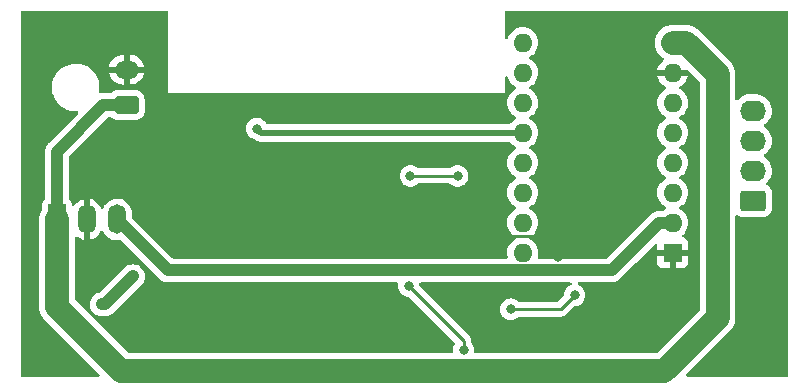
<source format=gbr>
%TF.GenerationSoftware,KiCad,Pcbnew,(6.0.0)*%
%TF.CreationDate,2022-01-25T19:48:24+01:00*%
%TF.ProjectId,ESP32_Blind,45535033-325f-4426-9c69-6e642e6b6963,rev?*%
%TF.SameCoordinates,Original*%
%TF.FileFunction,Copper,L2,Bot*%
%TF.FilePolarity,Positive*%
%FSLAX46Y46*%
G04 Gerber Fmt 4.6, Leading zero omitted, Abs format (unit mm)*
G04 Created by KiCad (PCBNEW (6.0.0)) date 2022-01-25 19:48:24*
%MOMM*%
%LPD*%
G01*
G04 APERTURE LIST*
G04 Aperture macros list*
%AMRoundRect*
0 Rectangle with rounded corners*
0 $1 Rounding radius*
0 $2 $3 $4 $5 $6 $7 $8 $9 X,Y pos of 4 corners*
0 Add a 4 corners polygon primitive as box body*
4,1,4,$2,$3,$4,$5,$6,$7,$8,$9,$2,$3,0*
0 Add four circle primitives for the rounded corners*
1,1,$1+$1,$2,$3*
1,1,$1+$1,$4,$5*
1,1,$1+$1,$6,$7*
1,1,$1+$1,$8,$9*
0 Add four rect primitives between the rounded corners*
20,1,$1+$1,$2,$3,$4,$5,0*
20,1,$1+$1,$4,$5,$6,$7,0*
20,1,$1+$1,$6,$7,$8,$9,0*
20,1,$1+$1,$8,$9,$2,$3,0*%
G04 Aperture macros list end*
%TA.AperFunction,ComponentPad*%
%ADD10RoundRect,0.250001X0.759999X-0.499999X0.759999X0.499999X-0.759999X0.499999X-0.759999X-0.499999X0*%
%TD*%
%TA.AperFunction,ComponentPad*%
%ADD11O,2.020000X1.500000*%
%TD*%
%TA.AperFunction,ComponentPad*%
%ADD12R,1.600000X1.600000*%
%TD*%
%TA.AperFunction,ComponentPad*%
%ADD13O,1.600000X1.600000*%
%TD*%
%TA.AperFunction,ComponentPad*%
%ADD14R,1.500000X2.500000*%
%TD*%
%TA.AperFunction,ComponentPad*%
%ADD15O,1.500000X2.500000*%
%TD*%
%TA.AperFunction,ComponentPad*%
%ADD16RoundRect,0.250000X0.845000X-0.620000X0.845000X0.620000X-0.845000X0.620000X-0.845000X-0.620000X0*%
%TD*%
%TA.AperFunction,ComponentPad*%
%ADD17O,2.190000X1.740000*%
%TD*%
%TA.AperFunction,ViaPad*%
%ADD18C,0.800000*%
%TD*%
%TA.AperFunction,Conductor*%
%ADD19C,0.250000*%
%TD*%
%TA.AperFunction,Conductor*%
%ADD20C,1.000000*%
%TD*%
%TA.AperFunction,Conductor*%
%ADD21C,0.500000*%
%TD*%
%TA.AperFunction,Conductor*%
%ADD22C,2.000000*%
%TD*%
G04 APERTURE END LIST*
D10*
%TO.P,J1,1,Pin_1*%
%TO.N,+12V*%
X105470000Y-78500000D03*
D11*
%TO.P,J1,2,Pin_2*%
%TO.N,GND*%
X105470000Y-75500000D03*
%TD*%
D12*
%TO.P,A1,1,GND*%
%TO.N,GND*%
X151700000Y-91000000D03*
D13*
%TO.P,A1,2,VDD*%
%TO.N,+5V*%
X151700000Y-88460000D03*
%TO.P,A1,3,1B*%
%TO.N,/RED*%
X151700000Y-85920000D03*
%TO.P,A1,4,1A*%
%TO.N,/BLUE*%
X151700000Y-83380000D03*
%TO.P,A1,5,2A*%
%TO.N,/Green*%
X151700000Y-80840000D03*
%TO.P,A1,6,2B*%
%TO.N,/Black*%
X151700000Y-78300000D03*
%TO.P,A1,7,GND*%
%TO.N,GND*%
X151700000Y-75760000D03*
%TO.P,A1,8,VMOT*%
%TO.N,+12V*%
X151700000Y-73220000D03*
%TO.P,A1,9,~{ENABLE}*%
%TO.N,Enable*%
X139000000Y-73220000D03*
%TO.P,A1,10,MS1*%
%TO.N,+3V3*%
X139000000Y-75760000D03*
%TO.P,A1,11,MS2*%
X139000000Y-78300000D03*
%TO.P,A1,12,MS3*%
X139000000Y-80840000D03*
%TO.P,A1,13,~{RESET}*%
%TO.N,Net-(A1-Pad13)*%
X139000000Y-83380000D03*
%TO.P,A1,14,~{SLEEP}*%
X139000000Y-85920000D03*
%TO.P,A1,15,STEP*%
%TO.N,STEP*%
X139000000Y-88460000D03*
%TO.P,A1,16,DIR*%
%TO.N,unconnected-(A1-Pad16)*%
X139000000Y-91000000D03*
%TD*%
D14*
%TO.P,U1,1,Vin*%
%TO.N,+12V*%
X99567500Y-88182500D03*
D15*
%TO.P,U1,2,GND*%
%TO.N,GND*%
X102107500Y-88182500D03*
%TO.P,U1,3,Vout*%
%TO.N,+5V*%
X104647500Y-88182500D03*
%TD*%
D16*
%TO.P,J3,1,Pin_1*%
%TO.N,/RED*%
X158500000Y-86580000D03*
D17*
%TO.P,J3,2,Pin_2*%
%TO.N,/BLUE*%
X158500000Y-84040000D03*
%TO.P,J3,3,Pin_3*%
%TO.N,/Green*%
X158500000Y-81500000D03*
%TO.P,J3,4,Pin_4*%
%TO.N,/Black*%
X158500000Y-78960000D03*
%TD*%
D18*
%TO.N,GND*%
X99500000Y-99500000D03*
X103000000Y-93500000D03*
X117819240Y-95345532D03*
X110000000Y-83500000D03*
X142000000Y-91400011D03*
X123000000Y-90000000D03*
X133500000Y-79500000D03*
X116500000Y-79000000D03*
%TO.N,+3V3*%
X103376322Y-95376322D03*
X106000000Y-93000000D03*
X116500000Y-80500000D03*
%TO.N,RX*%
X134000000Y-99224500D03*
X129500000Y-84500000D03*
X129345112Y-93806971D03*
X133500000Y-84500000D03*
%TO.N,D0*%
X143400000Y-94600000D03*
X138000000Y-95775500D03*
%TD*%
D19*
%TO.N,GND*%
X140184500Y-89584511D02*
X123415489Y-89584511D01*
X142000000Y-91400011D02*
X140184500Y-89584511D01*
X123415489Y-89584511D02*
X123000000Y-90000000D01*
D20*
%TO.N,+5V*%
X150568630Y-88460000D02*
X151700000Y-88460000D01*
X146529119Y-92499511D02*
X150568630Y-88460000D01*
X108964511Y-92499511D02*
X146529119Y-92499511D01*
X104647500Y-88182500D02*
X108964511Y-92499511D01*
D21*
%TO.N,+3V3*%
X116500000Y-80500000D02*
X116840000Y-80840000D01*
D20*
X103623678Y-95376322D02*
X106000000Y-93000000D01*
X103376322Y-95376322D02*
X103623678Y-95376322D01*
D21*
X116840000Y-80840000D02*
X139000000Y-80840000D01*
D22*
%TO.N,+12V*%
X152831370Y-73220000D02*
X155500000Y-75888630D01*
D20*
X105470000Y-78500000D02*
X103500000Y-78500000D01*
X99567500Y-82432500D02*
X99567500Y-88182500D01*
D22*
X155500000Y-96500000D02*
X151000000Y-101000000D01*
X155500000Y-75888630D02*
X155500000Y-96500000D01*
X99567500Y-95567500D02*
X99567500Y-88182500D01*
X151000000Y-101000000D02*
X105000000Y-101000000D01*
D20*
X103500000Y-78500000D02*
X99567500Y-82432500D01*
D22*
X151700000Y-73220000D02*
X152831370Y-73220000D01*
X105000000Y-101000000D02*
X99567500Y-95567500D01*
D19*
%TO.N,RX*%
X129500000Y-84500000D02*
X133500000Y-84500000D01*
X134000000Y-99224500D02*
X134000000Y-98461859D01*
X134000000Y-98461859D02*
X129345112Y-93806971D01*
%TO.N,D0*%
X142224500Y-95775500D02*
X143400000Y-94600000D01*
X138000000Y-95775500D02*
X142224500Y-95775500D01*
%TD*%
%TA.AperFunction,Conductor*%
%TO.N,GND*%
G36*
X161434121Y-70528002D02*
G01*
X161480614Y-70581658D01*
X161492000Y-70634000D01*
X161492000Y-101366000D01*
X161471998Y-101434121D01*
X161418342Y-101480614D01*
X161366000Y-101492000D01*
X152945531Y-101492000D01*
X152877410Y-101471998D01*
X152830917Y-101418342D01*
X152820813Y-101348068D01*
X152850307Y-101283488D01*
X152856436Y-101276905D01*
X156549666Y-97583675D01*
X156552188Y-97581221D01*
X156621012Y-97516138D01*
X156621014Y-97516135D01*
X156624681Y-97512668D01*
X156672411Y-97450239D01*
X156676552Y-97445108D01*
X156724191Y-97389133D01*
X156724192Y-97389132D01*
X156727470Y-97385280D01*
X156730089Y-97380955D01*
X156730093Y-97380950D01*
X156744491Y-97357176D01*
X156752163Y-97345929D01*
X156772120Y-97319826D01*
X156809243Y-97250592D01*
X156812507Y-97244868D01*
X156850602Y-97181966D01*
X156853221Y-97177642D01*
X156865528Y-97147181D01*
X156871308Y-97134841D01*
X156884440Y-97110350D01*
X156886831Y-97105891D01*
X156912412Y-97031599D01*
X156914722Y-97025421D01*
X156942258Y-96957266D01*
X156944155Y-96952571D01*
X156951432Y-96920539D01*
X156955163Y-96907441D01*
X156965862Y-96876369D01*
X156979243Y-96798900D01*
X156980526Y-96792482D01*
X156996815Y-96720786D01*
X156996815Y-96720785D01*
X156997935Y-96715856D01*
X156999999Y-96683047D01*
X157001585Y-96669547D01*
X157007179Y-96637164D01*
X157008500Y-96608075D01*
X157008500Y-96551892D01*
X157008749Y-96543980D01*
X157012860Y-96478641D01*
X157013178Y-96473587D01*
X157009101Y-96432008D01*
X157008500Y-96419712D01*
X157008500Y-87918227D01*
X157028502Y-87850106D01*
X157082158Y-87803613D01*
X157152432Y-87793509D01*
X157200616Y-87810967D01*
X157325090Y-87887694D01*
X157332262Y-87892115D01*
X157410988Y-87918227D01*
X157493611Y-87945632D01*
X157493613Y-87945632D01*
X157500139Y-87947797D01*
X157506975Y-87948497D01*
X157506978Y-87948498D01*
X157550031Y-87952909D01*
X157604600Y-87958500D01*
X159395400Y-87958500D01*
X159398646Y-87958163D01*
X159398650Y-87958163D01*
X159494308Y-87948238D01*
X159494312Y-87948237D01*
X159501166Y-87947526D01*
X159507702Y-87945345D01*
X159507704Y-87945345D01*
X159639806Y-87901272D01*
X159668946Y-87891550D01*
X159819348Y-87798478D01*
X159944305Y-87673303D01*
X159973771Y-87625501D01*
X160033275Y-87528968D01*
X160033276Y-87528966D01*
X160037115Y-87522738D01*
X160092797Y-87354861D01*
X160103500Y-87250400D01*
X160103500Y-85909600D01*
X160092526Y-85803834D01*
X160036550Y-85636054D01*
X159943478Y-85485652D01*
X159818303Y-85360695D01*
X159667738Y-85267885D01*
X159669062Y-85265738D01*
X159624710Y-85226688D01*
X159605248Y-85158411D01*
X159625788Y-85090451D01*
X159644272Y-85068239D01*
X159757306Y-84960410D01*
X159757316Y-84960398D01*
X159761168Y-84956724D01*
X159900813Y-84769035D01*
X159937842Y-84696206D01*
X160004420Y-84565256D01*
X160004420Y-84565255D01*
X160006838Y-84560500D01*
X160076210Y-84337083D01*
X160090642Y-84228197D01*
X160106248Y-84110455D01*
X160106248Y-84110451D01*
X160106948Y-84105171D01*
X160098172Y-83871396D01*
X160064073Y-83708882D01*
X160051229Y-83647668D01*
X160051228Y-83647665D01*
X160050132Y-83642441D01*
X159964203Y-83424854D01*
X159842841Y-83224856D01*
X159689517Y-83048166D01*
X159508614Y-82899835D01*
X159503984Y-82897199D01*
X159503979Y-82897196D01*
X159471484Y-82878699D01*
X159422178Y-82827616D01*
X159408317Y-82757985D01*
X159434301Y-82691915D01*
X159463450Y-82664677D01*
X159504885Y-82636781D01*
X159591896Y-82578202D01*
X159636450Y-82535700D01*
X159757311Y-82420403D01*
X159761168Y-82416724D01*
X159900813Y-82229035D01*
X159904378Y-82222025D01*
X160004420Y-82025256D01*
X160004420Y-82025255D01*
X160006838Y-82020500D01*
X160076210Y-81797083D01*
X160077382Y-81788243D01*
X160106248Y-81570455D01*
X160106248Y-81570451D01*
X160106948Y-81565171D01*
X160105312Y-81521577D01*
X160100090Y-81382498D01*
X160098172Y-81331396D01*
X160080550Y-81247411D01*
X160051229Y-81107668D01*
X160051228Y-81107665D01*
X160050132Y-81102441D01*
X159964203Y-80884854D01*
X159895093Y-80770965D01*
X159845609Y-80689417D01*
X159845607Y-80689414D01*
X159842841Y-80684856D01*
X159689517Y-80508166D01*
X159508614Y-80359835D01*
X159503984Y-80357199D01*
X159503979Y-80357196D01*
X159471484Y-80338699D01*
X159422178Y-80287616D01*
X159408317Y-80217985D01*
X159434301Y-80151915D01*
X159463450Y-80124677D01*
X159557293Y-80061498D01*
X159591896Y-80038202D01*
X159636450Y-79995700D01*
X159757311Y-79880403D01*
X159761168Y-79876724D01*
X159900813Y-79689035D01*
X159930913Y-79629834D01*
X160004420Y-79485256D01*
X160004420Y-79485255D01*
X160006838Y-79480500D01*
X160076210Y-79257083D01*
X160082792Y-79207421D01*
X160106248Y-79030455D01*
X160106248Y-79030451D01*
X160106948Y-79025171D01*
X160106317Y-79008347D01*
X160098372Y-78796727D01*
X160098172Y-78791396D01*
X160050132Y-78562441D01*
X159964203Y-78344854D01*
X159842841Y-78144856D01*
X159689517Y-77968166D01*
X159508614Y-77819835D01*
X159305305Y-77704104D01*
X159085404Y-77624284D01*
X159080155Y-77623335D01*
X159080152Y-77623334D01*
X158998960Y-77608652D01*
X158855197Y-77582656D01*
X158851058Y-77582461D01*
X158851051Y-77582460D01*
X158832172Y-77581570D01*
X158832165Y-77581570D01*
X158830684Y-77581500D01*
X158216262Y-77581500D01*
X158148359Y-77587262D01*
X158047209Y-77595844D01*
X158047205Y-77595845D01*
X158041898Y-77596295D01*
X158036741Y-77597633D01*
X158036738Y-77597634D01*
X157820629Y-77653725D01*
X157820625Y-77653726D01*
X157815460Y-77655067D01*
X157810594Y-77657259D01*
X157810591Y-77657260D01*
X157700739Y-77706745D01*
X157602163Y-77751150D01*
X157597730Y-77754134D01*
X157597729Y-77754135D01*
X157552071Y-77784874D01*
X157408104Y-77881798D01*
X157238832Y-78043276D01*
X157235594Y-78047628D01*
X157235591Y-78047632D01*
X157235558Y-78047657D01*
X157232113Y-78051551D01*
X157231320Y-78050849D01*
X157178882Y-78090347D01*
X157108082Y-78095621D01*
X157045669Y-78061781D01*
X157011459Y-77999570D01*
X157008500Y-77972422D01*
X157008500Y-75912646D01*
X157008549Y-75909128D01*
X157011193Y-75814480D01*
X157011193Y-75814477D01*
X157011334Y-75809425D01*
X157000941Y-75731532D01*
X157000241Y-75724983D01*
X156994346Y-75651707D01*
X156994345Y-75651703D01*
X156993940Y-75646665D01*
X156986101Y-75614752D01*
X156983573Y-75601368D01*
X156979898Y-75573824D01*
X156979229Y-75568810D01*
X156977767Y-75563967D01*
X156956522Y-75493601D01*
X156954781Y-75487238D01*
X156936037Y-75410924D01*
X156923199Y-75380678D01*
X156918561Y-75367867D01*
X156910530Y-75341268D01*
X156909067Y-75336422D01*
X156906849Y-75331874D01*
X156906846Y-75331867D01*
X156874629Y-75265812D01*
X156871893Y-75259810D01*
X156843162Y-75192125D01*
X156841188Y-75187474D01*
X156823681Y-75159674D01*
X156817052Y-75147764D01*
X156802654Y-75118242D01*
X156757357Y-75054030D01*
X156753699Y-75048544D01*
X156714529Y-74986344D01*
X156714528Y-74986343D01*
X156711833Y-74982063D01*
X156708492Y-74978274D01*
X156708488Y-74978268D01*
X156690102Y-74957413D01*
X156681656Y-74946718D01*
X156665009Y-74923120D01*
X156662726Y-74919883D01*
X156643091Y-74898380D01*
X156603375Y-74858664D01*
X156597956Y-74852894D01*
X156554650Y-74803772D01*
X156554647Y-74803769D01*
X156551302Y-74799975D01*
X156519011Y-74773451D01*
X156509892Y-74765181D01*
X153915045Y-72170334D01*
X153912591Y-72167812D01*
X153847508Y-72098988D01*
X153847505Y-72098986D01*
X153844038Y-72095319D01*
X153781609Y-72047589D01*
X153776478Y-72043448D01*
X153720503Y-71995809D01*
X153720502Y-71995808D01*
X153716650Y-71992530D01*
X153712325Y-71989911D01*
X153712320Y-71989907D01*
X153688546Y-71975509D01*
X153677299Y-71967837D01*
X153651196Y-71947880D01*
X153581962Y-71910757D01*
X153576238Y-71907493D01*
X153574602Y-71906502D01*
X153509012Y-71866779D01*
X153478551Y-71854472D01*
X153466211Y-71848692D01*
X153441720Y-71835560D01*
X153441721Y-71835560D01*
X153437261Y-71833169D01*
X153432480Y-71831523D01*
X153432476Y-71831521D01*
X153362969Y-71807588D01*
X153356791Y-71805278D01*
X153288636Y-71777742D01*
X153288637Y-71777742D01*
X153283941Y-71775845D01*
X153251909Y-71768568D01*
X153238811Y-71764837D01*
X153207739Y-71754138D01*
X153130270Y-71740757D01*
X153123866Y-71739477D01*
X153047226Y-71722065D01*
X153014417Y-71720001D01*
X153000917Y-71718415D01*
X152968534Y-71712821D01*
X152964577Y-71712641D01*
X152964574Y-71712641D01*
X152940864Y-71711564D01*
X152940845Y-71711564D01*
X152939445Y-71711500D01*
X152883262Y-71711500D01*
X152875350Y-71711251D01*
X152869756Y-71710899D01*
X152804957Y-71706822D01*
X152765915Y-71710650D01*
X152763378Y-71710899D01*
X152751082Y-71711500D01*
X151638999Y-71711500D01*
X151636491Y-71711702D01*
X151636486Y-71711702D01*
X151463076Y-71725654D01*
X151463071Y-71725655D01*
X151458035Y-71726060D01*
X151453127Y-71727266D01*
X151453124Y-71727266D01*
X151227208Y-71782756D01*
X151222294Y-71783963D01*
X151217642Y-71785938D01*
X151217638Y-71785939D01*
X151166637Y-71807588D01*
X150998844Y-71878812D01*
X150948110Y-71910761D01*
X150797712Y-72005472D01*
X150797709Y-72005474D01*
X150793433Y-72008167D01*
X150748714Y-72047592D01*
X150615142Y-72165350D01*
X150615139Y-72165353D01*
X150611345Y-72168698D01*
X150457266Y-72356278D01*
X150335159Y-72566078D01*
X150333346Y-72570801D01*
X150254553Y-72776067D01*
X150248167Y-72792702D01*
X150247133Y-72797652D01*
X150247132Y-72797655D01*
X150205405Y-72997393D01*
X150198526Y-73030320D01*
X150187514Y-73272817D01*
X150188095Y-73277837D01*
X150188095Y-73277841D01*
X150208409Y-73453402D01*
X150215415Y-73513956D01*
X150216791Y-73518820D01*
X150216792Y-73518823D01*
X150230290Y-73566523D01*
X150281510Y-73747532D01*
X150283644Y-73752108D01*
X150283646Y-73752114D01*
X150381962Y-73962954D01*
X150384099Y-73967536D01*
X150520544Y-74168307D01*
X150687332Y-74344681D01*
X150691358Y-74347759D01*
X150691359Y-74347760D01*
X150876154Y-74489047D01*
X150876158Y-74489050D01*
X150880174Y-74492120D01*
X150884632Y-74494510D01*
X150884633Y-74494511D01*
X150897955Y-74501654D01*
X150948538Y-74551472D01*
X150964158Y-74620729D01*
X150939855Y-74687436D01*
X150910685Y-74715911D01*
X150860533Y-74751028D01*
X150852125Y-74758084D01*
X150698084Y-74912125D01*
X150691028Y-74920533D01*
X150566069Y-75098993D01*
X150560586Y-75108489D01*
X150468510Y-75305947D01*
X150464764Y-75316239D01*
X150418606Y-75488503D01*
X150418942Y-75502599D01*
X150426884Y-75506000D01*
X152931839Y-75506000D01*
X152999960Y-75526002D01*
X153020934Y-75542905D01*
X153954595Y-76476566D01*
X153988621Y-76538878D01*
X153991500Y-76565661D01*
X153991500Y-95822969D01*
X153971498Y-95891090D01*
X153954595Y-95912064D01*
X150412064Y-99454595D01*
X150349752Y-99488621D01*
X150322969Y-99491500D01*
X135025379Y-99491500D01*
X134957258Y-99471498D01*
X134910765Y-99417842D01*
X134900069Y-99352330D01*
X134912814Y-99231065D01*
X134913504Y-99224500D01*
X134893542Y-99034572D01*
X134834527Y-98852944D01*
X134739040Y-98687556D01*
X134734621Y-98682648D01*
X134667460Y-98608058D01*
X134636742Y-98544051D01*
X134635995Y-98521942D01*
X134635702Y-98521951D01*
X134633562Y-98453861D01*
X134633500Y-98449903D01*
X134633500Y-98422003D01*
X134632996Y-98418012D01*
X134632063Y-98406170D01*
X134630923Y-98369895D01*
X134630674Y-98361970D01*
X134628462Y-98354356D01*
X134628461Y-98354351D01*
X134625023Y-98342518D01*
X134621012Y-98323154D01*
X134619467Y-98310923D01*
X134618474Y-98303062D01*
X134615557Y-98295695D01*
X134615556Y-98295690D01*
X134602198Y-98261951D01*
X134598354Y-98250724D01*
X134588230Y-98215881D01*
X134586018Y-98208266D01*
X134575707Y-98190831D01*
X134567012Y-98173083D01*
X134559552Y-98154242D01*
X134533564Y-98118472D01*
X134527048Y-98108552D01*
X134508580Y-98077324D01*
X134508578Y-98077321D01*
X134504542Y-98070497D01*
X134490221Y-98056176D01*
X134477380Y-98041142D01*
X134470131Y-98031165D01*
X134465472Y-98024752D01*
X134431395Y-97996561D01*
X134422616Y-97988571D01*
X130292234Y-93858188D01*
X130258208Y-93795876D01*
X130256019Y-93782263D01*
X130241822Y-93647181D01*
X130254594Y-93577343D01*
X130303097Y-93525496D01*
X130367132Y-93508011D01*
X143026232Y-93508011D01*
X143094353Y-93528013D01*
X143140846Y-93581669D01*
X143150950Y-93651943D01*
X143121456Y-93716523D01*
X143077481Y-93749118D01*
X142949278Y-93806197D01*
X142949276Y-93806198D01*
X142943248Y-93808882D01*
X142788747Y-93921134D01*
X142660960Y-94063056D01*
X142565473Y-94228444D01*
X142506458Y-94410072D01*
X142505768Y-94416633D01*
X142505768Y-94416635D01*
X142489093Y-94575292D01*
X142462080Y-94640949D01*
X142452878Y-94651218D01*
X141998999Y-95105096D01*
X141936687Y-95139121D01*
X141909904Y-95142000D01*
X138708200Y-95142000D01*
X138640079Y-95121998D01*
X138620853Y-95105657D01*
X138620580Y-95105960D01*
X138615668Y-95101537D01*
X138611253Y-95096634D01*
X138589671Y-95080954D01*
X138462094Y-94988263D01*
X138462093Y-94988262D01*
X138456752Y-94984382D01*
X138450724Y-94981698D01*
X138450722Y-94981697D01*
X138288319Y-94909391D01*
X138288318Y-94909391D01*
X138282288Y-94906706D01*
X138188887Y-94886853D01*
X138101944Y-94868372D01*
X138101939Y-94868372D01*
X138095487Y-94867000D01*
X137904513Y-94867000D01*
X137898061Y-94868372D01*
X137898056Y-94868372D01*
X137811113Y-94886853D01*
X137717712Y-94906706D01*
X137711682Y-94909391D01*
X137711681Y-94909391D01*
X137549278Y-94981697D01*
X137549276Y-94981698D01*
X137543248Y-94984382D01*
X137537907Y-94988262D01*
X137537906Y-94988263D01*
X137487843Y-95024636D01*
X137388747Y-95096634D01*
X137384326Y-95101544D01*
X137384325Y-95101545D01*
X137314873Y-95178680D01*
X137260960Y-95238556D01*
X137165473Y-95403944D01*
X137106458Y-95585572D01*
X137105768Y-95592133D01*
X137105768Y-95592135D01*
X137091158Y-95731147D01*
X137086496Y-95775500D01*
X137087186Y-95782065D01*
X137098758Y-95892163D01*
X137106458Y-95965428D01*
X137165473Y-96147056D01*
X137168776Y-96152778D01*
X137168777Y-96152779D01*
X137193916Y-96196320D01*
X137260960Y-96312444D01*
X137265378Y-96317351D01*
X137265379Y-96317352D01*
X137347452Y-96408503D01*
X137388747Y-96454366D01*
X137464511Y-96509412D01*
X137512090Y-96543980D01*
X137543248Y-96566618D01*
X137549276Y-96569302D01*
X137549278Y-96569303D01*
X137710457Y-96641064D01*
X137717712Y-96644294D01*
X137788620Y-96659366D01*
X137898056Y-96682628D01*
X137898061Y-96682628D01*
X137904513Y-96684000D01*
X138095487Y-96684000D01*
X138101939Y-96682628D01*
X138101944Y-96682628D01*
X138211380Y-96659366D01*
X138282288Y-96644294D01*
X138289543Y-96641064D01*
X138450722Y-96569303D01*
X138450724Y-96569302D01*
X138456752Y-96566618D01*
X138487911Y-96543980D01*
X138591728Y-96468552D01*
X138611253Y-96454366D01*
X138615668Y-96449463D01*
X138620580Y-96445040D01*
X138621705Y-96446289D01*
X138675014Y-96413449D01*
X138708200Y-96409000D01*
X142145733Y-96409000D01*
X142156916Y-96409527D01*
X142164409Y-96411202D01*
X142172335Y-96410953D01*
X142172336Y-96410953D01*
X142232486Y-96409062D01*
X142236445Y-96409000D01*
X142264356Y-96409000D01*
X142268291Y-96408503D01*
X142268356Y-96408495D01*
X142280193Y-96407562D01*
X142312451Y-96406548D01*
X142316470Y-96406422D01*
X142324389Y-96406173D01*
X142343843Y-96400521D01*
X142363200Y-96396513D01*
X142375430Y-96394968D01*
X142375431Y-96394968D01*
X142383297Y-96393974D01*
X142390668Y-96391055D01*
X142390670Y-96391055D01*
X142424412Y-96377696D01*
X142435642Y-96373851D01*
X142470483Y-96363729D01*
X142470484Y-96363729D01*
X142478093Y-96361518D01*
X142484912Y-96357485D01*
X142484917Y-96357483D01*
X142495528Y-96351207D01*
X142513276Y-96342512D01*
X142532117Y-96335052D01*
X142567887Y-96309064D01*
X142577807Y-96302548D01*
X142609035Y-96284080D01*
X142609038Y-96284078D01*
X142615862Y-96280042D01*
X142630183Y-96265721D01*
X142645217Y-96252880D01*
X142655194Y-96245631D01*
X142661607Y-96240972D01*
X142666657Y-96234868D01*
X142666662Y-96234863D01*
X142689793Y-96206902D01*
X142697783Y-96198121D01*
X143350501Y-95545404D01*
X143412813Y-95511379D01*
X143439596Y-95508500D01*
X143495487Y-95508500D01*
X143501939Y-95507128D01*
X143501944Y-95507128D01*
X143588887Y-95488647D01*
X143682288Y-95468794D01*
X143813828Y-95410229D01*
X143850722Y-95393803D01*
X143850724Y-95393802D01*
X143856752Y-95391118D01*
X144011253Y-95278866D01*
X144047548Y-95238556D01*
X144134621Y-95141852D01*
X144134622Y-95141851D01*
X144139040Y-95136944D01*
X144197314Y-95036010D01*
X144231223Y-94977279D01*
X144231224Y-94977278D01*
X144234527Y-94971556D01*
X144293542Y-94789928D01*
X144299266Y-94735473D01*
X144312814Y-94606565D01*
X144313504Y-94600000D01*
X144293542Y-94410072D01*
X144234527Y-94228444D01*
X144139040Y-94063056D01*
X144011253Y-93921134D01*
X143856752Y-93808882D01*
X143850724Y-93806198D01*
X143850722Y-93806197D01*
X143722519Y-93749118D01*
X143668424Y-93703138D01*
X143647774Y-93635211D01*
X143667126Y-93566903D01*
X143720337Y-93519901D01*
X143773768Y-93508011D01*
X146467276Y-93508011D01*
X146480883Y-93508748D01*
X146512381Y-93512170D01*
X146512386Y-93512170D01*
X146518507Y-93512835D01*
X146544757Y-93510538D01*
X146568507Y-93508461D01*
X146573333Y-93508132D01*
X146575805Y-93508011D01*
X146578888Y-93508011D01*
X146590857Y-93506837D01*
X146621625Y-93503821D01*
X146622938Y-93503699D01*
X146667203Y-93499826D01*
X146715532Y-93495598D01*
X146720651Y-93494111D01*
X146725952Y-93493591D01*
X146814953Y-93466720D01*
X146816086Y-93466385D01*
X146899533Y-93442141D01*
X146899537Y-93442139D01*
X146905455Y-93440420D01*
X146910187Y-93437967D01*
X146915288Y-93436427D01*
X146927479Y-93429945D01*
X146997379Y-93392780D01*
X146998545Y-93392168D01*
X147075572Y-93352240D01*
X147081045Y-93349403D01*
X147085208Y-93346080D01*
X147089915Y-93343577D01*
X147162037Y-93284756D01*
X147162893Y-93284065D01*
X147202092Y-93252773D01*
X147204596Y-93250269D01*
X147205314Y-93249627D01*
X147209647Y-93245926D01*
X147243181Y-93218576D01*
X147253420Y-93206200D01*
X147272406Y-93183249D01*
X147280396Y-93174469D01*
X148610196Y-91844669D01*
X150392001Y-91844669D01*
X150392371Y-91851490D01*
X150397895Y-91902352D01*
X150401521Y-91917604D01*
X150446676Y-92038054D01*
X150455214Y-92053649D01*
X150531715Y-92155724D01*
X150544276Y-92168285D01*
X150646351Y-92244786D01*
X150661946Y-92253324D01*
X150782394Y-92298478D01*
X150797649Y-92302105D01*
X150848514Y-92307631D01*
X150855328Y-92308000D01*
X151427885Y-92308000D01*
X151443124Y-92303525D01*
X151444329Y-92302135D01*
X151446000Y-92294452D01*
X151446000Y-92289884D01*
X151954000Y-92289884D01*
X151958475Y-92305123D01*
X151959865Y-92306328D01*
X151967548Y-92307999D01*
X152544669Y-92307999D01*
X152551490Y-92307629D01*
X152602352Y-92302105D01*
X152617604Y-92298479D01*
X152738054Y-92253324D01*
X152753649Y-92244786D01*
X152855724Y-92168285D01*
X152868285Y-92155724D01*
X152944786Y-92053649D01*
X152953324Y-92038054D01*
X152998478Y-91917606D01*
X153002105Y-91902351D01*
X153007631Y-91851486D01*
X153008000Y-91844672D01*
X153008000Y-91272115D01*
X153003525Y-91256876D01*
X153002135Y-91255671D01*
X152994452Y-91254000D01*
X151972115Y-91254000D01*
X151956876Y-91258475D01*
X151955671Y-91259865D01*
X151954000Y-91267548D01*
X151954000Y-92289884D01*
X151446000Y-92289884D01*
X151446000Y-91272115D01*
X151441525Y-91256876D01*
X151440135Y-91255671D01*
X151432452Y-91254000D01*
X150410116Y-91254000D01*
X150394877Y-91258475D01*
X150393672Y-91259865D01*
X150392001Y-91267548D01*
X150392001Y-91844669D01*
X148610196Y-91844669D01*
X150176905Y-90277959D01*
X150239217Y-90243933D01*
X150310032Y-90248998D01*
X150366868Y-90291545D01*
X150391679Y-90358065D01*
X150392000Y-90367054D01*
X150392000Y-90727885D01*
X150396475Y-90743124D01*
X150397865Y-90744329D01*
X150405548Y-90746000D01*
X152989884Y-90746000D01*
X153005123Y-90741525D01*
X153006328Y-90740135D01*
X153007999Y-90732452D01*
X153007999Y-90155331D01*
X153007629Y-90148510D01*
X153002105Y-90097648D01*
X152998479Y-90082396D01*
X152953324Y-89961946D01*
X152944786Y-89946351D01*
X152868285Y-89844276D01*
X152855724Y-89831715D01*
X152753649Y-89755214D01*
X152738054Y-89746676D01*
X152617606Y-89701522D01*
X152602357Y-89697896D01*
X152598904Y-89697521D01*
X152596394Y-89696478D01*
X152594669Y-89696068D01*
X152594735Y-89695789D01*
X152533341Y-89670281D01*
X152492912Y-89611920D01*
X152490454Y-89540966D01*
X152526747Y-89479946D01*
X152538240Y-89470656D01*
X152539788Y-89469357D01*
X152544300Y-89466198D01*
X152706198Y-89304300D01*
X152837523Y-89116749D01*
X152839846Y-89111767D01*
X152839849Y-89111762D01*
X152931961Y-88914225D01*
X152931961Y-88914224D01*
X152934284Y-88909243D01*
X152993543Y-88688087D01*
X153013498Y-88460000D01*
X152993543Y-88231913D01*
X152992119Y-88226598D01*
X152935707Y-88016067D01*
X152935706Y-88016065D01*
X152934284Y-88010757D01*
X152911817Y-87962576D01*
X152839849Y-87808238D01*
X152839846Y-87808233D01*
X152837523Y-87803251D01*
X152706198Y-87615700D01*
X152544300Y-87453802D01*
X152539792Y-87450645D01*
X152539789Y-87450643D01*
X152396110Y-87350038D01*
X152356749Y-87322477D01*
X152351767Y-87320154D01*
X152351762Y-87320151D01*
X152317543Y-87304195D01*
X152264258Y-87257278D01*
X152244797Y-87189001D01*
X152265339Y-87121041D01*
X152317543Y-87075805D01*
X152351762Y-87059849D01*
X152351767Y-87059846D01*
X152356749Y-87057523D01*
X152500686Y-86956737D01*
X152539789Y-86929357D01*
X152539792Y-86929355D01*
X152544300Y-86926198D01*
X152706198Y-86764300D01*
X152711385Y-86756893D01*
X152807618Y-86619457D01*
X152837523Y-86576749D01*
X152839846Y-86571767D01*
X152839849Y-86571762D01*
X152931961Y-86374225D01*
X152931961Y-86374224D01*
X152934284Y-86369243D01*
X152993543Y-86148087D01*
X153013498Y-85920000D01*
X152993543Y-85691913D01*
X152934284Y-85470757D01*
X152931961Y-85465775D01*
X152839849Y-85268238D01*
X152839846Y-85268233D01*
X152837523Y-85263251D01*
X152746670Y-85133500D01*
X152709357Y-85080211D01*
X152709355Y-85080208D01*
X152706198Y-85075700D01*
X152544300Y-84913802D01*
X152539792Y-84910645D01*
X152539789Y-84910643D01*
X152460528Y-84855144D01*
X152356749Y-84782477D01*
X152351767Y-84780154D01*
X152351762Y-84780151D01*
X152317543Y-84764195D01*
X152264258Y-84717278D01*
X152244797Y-84649001D01*
X152265339Y-84581041D01*
X152317543Y-84535805D01*
X152351762Y-84519849D01*
X152351767Y-84519846D01*
X152356749Y-84517523D01*
X152461611Y-84444098D01*
X152539789Y-84389357D01*
X152539792Y-84389355D01*
X152544300Y-84386198D01*
X152706198Y-84224300D01*
X152837523Y-84036749D01*
X152839846Y-84031767D01*
X152839849Y-84031762D01*
X152931961Y-83834225D01*
X152931961Y-83834224D01*
X152934284Y-83829243D01*
X152993543Y-83608087D01*
X153013498Y-83380000D01*
X152993543Y-83151913D01*
X152943588Y-82965479D01*
X152935707Y-82936067D01*
X152935706Y-82936065D01*
X152934284Y-82930757D01*
X152919865Y-82899835D01*
X152839849Y-82728238D01*
X152839846Y-82728233D01*
X152837523Y-82723251D01*
X152706198Y-82535700D01*
X152544300Y-82373802D01*
X152539792Y-82370645D01*
X152539789Y-82370643D01*
X152460528Y-82315144D01*
X152356749Y-82242477D01*
X152351767Y-82240154D01*
X152351762Y-82240151D01*
X152317543Y-82224195D01*
X152264258Y-82177278D01*
X152244797Y-82109001D01*
X152265339Y-82041041D01*
X152317543Y-81995805D01*
X152351762Y-81979849D01*
X152351767Y-81979846D01*
X152356749Y-81977523D01*
X152510272Y-81870025D01*
X152539789Y-81849357D01*
X152539792Y-81849355D01*
X152544300Y-81846198D01*
X152706198Y-81684300D01*
X152712259Y-81675645D01*
X152793967Y-81558953D01*
X152837523Y-81496749D01*
X152839846Y-81491767D01*
X152839849Y-81491762D01*
X152931961Y-81294225D01*
X152931961Y-81294224D01*
X152934284Y-81289243D01*
X152993543Y-81068087D01*
X153013498Y-80840000D01*
X152993543Y-80611913D01*
X152943588Y-80425479D01*
X152935707Y-80396067D01*
X152935706Y-80396065D01*
X152934284Y-80390757D01*
X152919865Y-80359835D01*
X152839849Y-80188238D01*
X152839846Y-80188233D01*
X152837523Y-80183251D01*
X152728654Y-80027770D01*
X152709357Y-80000211D01*
X152709355Y-80000208D01*
X152706198Y-79995700D01*
X152544300Y-79833802D01*
X152539792Y-79830645D01*
X152539789Y-79830643D01*
X152436289Y-79758172D01*
X152356749Y-79702477D01*
X152351767Y-79700154D01*
X152351762Y-79700151D01*
X152317543Y-79684195D01*
X152264258Y-79637278D01*
X152244797Y-79569001D01*
X152265339Y-79501041D01*
X152317543Y-79455805D01*
X152351762Y-79439849D01*
X152351767Y-79439846D01*
X152356749Y-79437523D01*
X152511781Y-79328968D01*
X152539789Y-79309357D01*
X152539792Y-79309355D01*
X152544300Y-79306198D01*
X152706198Y-79144300D01*
X152837523Y-78956749D01*
X152839846Y-78951767D01*
X152839849Y-78951762D01*
X152931961Y-78754225D01*
X152931961Y-78754224D01*
X152934284Y-78749243D01*
X152967294Y-78626051D01*
X152992119Y-78533402D01*
X152992119Y-78533400D01*
X152993543Y-78528087D01*
X153013498Y-78300000D01*
X152993543Y-78071913D01*
X152943588Y-77885479D01*
X152935707Y-77856067D01*
X152935706Y-77856065D01*
X152934284Y-77850757D01*
X152891121Y-77758193D01*
X152839849Y-77648238D01*
X152839846Y-77648233D01*
X152837523Y-77643251D01*
X152751557Y-77520479D01*
X152709357Y-77460211D01*
X152709355Y-77460208D01*
X152706198Y-77455700D01*
X152544300Y-77293802D01*
X152539792Y-77290645D01*
X152539789Y-77290643D01*
X152461611Y-77235902D01*
X152356749Y-77162477D01*
X152351767Y-77160154D01*
X152351762Y-77160151D01*
X152316951Y-77143919D01*
X152263666Y-77097002D01*
X152244205Y-77028725D01*
X152264747Y-76960765D01*
X152316951Y-76915529D01*
X152351511Y-76899414D01*
X152361007Y-76893931D01*
X152539467Y-76768972D01*
X152547875Y-76761916D01*
X152701916Y-76607875D01*
X152708972Y-76599467D01*
X152833931Y-76421007D01*
X152839414Y-76411511D01*
X152931490Y-76214053D01*
X152935236Y-76203761D01*
X152981394Y-76031497D01*
X152981058Y-76017401D01*
X152973116Y-76014000D01*
X150432033Y-76014000D01*
X150418502Y-76017973D01*
X150417273Y-76026522D01*
X150464764Y-76203761D01*
X150468510Y-76214053D01*
X150560586Y-76411511D01*
X150566069Y-76421007D01*
X150691028Y-76599467D01*
X150698084Y-76607875D01*
X150852125Y-76761916D01*
X150860533Y-76768972D01*
X151038993Y-76893931D01*
X151048489Y-76899414D01*
X151083049Y-76915529D01*
X151136334Y-76962446D01*
X151155795Y-77030723D01*
X151135253Y-77098683D01*
X151083049Y-77143919D01*
X151048238Y-77160151D01*
X151048233Y-77160154D01*
X151043251Y-77162477D01*
X150938389Y-77235902D01*
X150860211Y-77290643D01*
X150860208Y-77290645D01*
X150855700Y-77293802D01*
X150693802Y-77455700D01*
X150690645Y-77460208D01*
X150690643Y-77460211D01*
X150648443Y-77520479D01*
X150562477Y-77643251D01*
X150560154Y-77648233D01*
X150560151Y-77648238D01*
X150508879Y-77758193D01*
X150465716Y-77850757D01*
X150464294Y-77856065D01*
X150464293Y-77856067D01*
X150456412Y-77885479D01*
X150406457Y-78071913D01*
X150386502Y-78300000D01*
X150406457Y-78528087D01*
X150407881Y-78533400D01*
X150407881Y-78533402D01*
X150432707Y-78626051D01*
X150465716Y-78749243D01*
X150468039Y-78754224D01*
X150468039Y-78754225D01*
X150560151Y-78951762D01*
X150560154Y-78951767D01*
X150562477Y-78956749D01*
X150693802Y-79144300D01*
X150855700Y-79306198D01*
X150860208Y-79309355D01*
X150860211Y-79309357D01*
X150888219Y-79328968D01*
X151043251Y-79437523D01*
X151048233Y-79439846D01*
X151048238Y-79439849D01*
X151082457Y-79455805D01*
X151135742Y-79502722D01*
X151155203Y-79570999D01*
X151134661Y-79638959D01*
X151082457Y-79684195D01*
X151048238Y-79700151D01*
X151048233Y-79700154D01*
X151043251Y-79702477D01*
X150963711Y-79758172D01*
X150860211Y-79830643D01*
X150860208Y-79830645D01*
X150855700Y-79833802D01*
X150693802Y-79995700D01*
X150690645Y-80000208D01*
X150690643Y-80000211D01*
X150671346Y-80027770D01*
X150562477Y-80183251D01*
X150560154Y-80188233D01*
X150560151Y-80188238D01*
X150480135Y-80359835D01*
X150465716Y-80390757D01*
X150464294Y-80396065D01*
X150464293Y-80396067D01*
X150456412Y-80425479D01*
X150406457Y-80611913D01*
X150386502Y-80840000D01*
X150406457Y-81068087D01*
X150465716Y-81289243D01*
X150468039Y-81294224D01*
X150468039Y-81294225D01*
X150560151Y-81491762D01*
X150560154Y-81491767D01*
X150562477Y-81496749D01*
X150606033Y-81558953D01*
X150687742Y-81675645D01*
X150693802Y-81684300D01*
X150855700Y-81846198D01*
X150860208Y-81849355D01*
X150860211Y-81849357D01*
X150889728Y-81870025D01*
X151043251Y-81977523D01*
X151048233Y-81979846D01*
X151048238Y-81979849D01*
X151082457Y-81995805D01*
X151135742Y-82042722D01*
X151155203Y-82110999D01*
X151134661Y-82178959D01*
X151082457Y-82224195D01*
X151048238Y-82240151D01*
X151048233Y-82240154D01*
X151043251Y-82242477D01*
X150939472Y-82315144D01*
X150860211Y-82370643D01*
X150860208Y-82370645D01*
X150855700Y-82373802D01*
X150693802Y-82535700D01*
X150562477Y-82723251D01*
X150560154Y-82728233D01*
X150560151Y-82728238D01*
X150480135Y-82899835D01*
X150465716Y-82930757D01*
X150464294Y-82936065D01*
X150464293Y-82936067D01*
X150456412Y-82965479D01*
X150406457Y-83151913D01*
X150386502Y-83380000D01*
X150406457Y-83608087D01*
X150465716Y-83829243D01*
X150468039Y-83834224D01*
X150468039Y-83834225D01*
X150560151Y-84031762D01*
X150560154Y-84031767D01*
X150562477Y-84036749D01*
X150693802Y-84224300D01*
X150855700Y-84386198D01*
X150860208Y-84389355D01*
X150860211Y-84389357D01*
X150938389Y-84444098D01*
X151043251Y-84517523D01*
X151048233Y-84519846D01*
X151048238Y-84519849D01*
X151082457Y-84535805D01*
X151135742Y-84582722D01*
X151155203Y-84650999D01*
X151134661Y-84718959D01*
X151082457Y-84764195D01*
X151048238Y-84780151D01*
X151048233Y-84780154D01*
X151043251Y-84782477D01*
X150939472Y-84855144D01*
X150860211Y-84910643D01*
X150860208Y-84910645D01*
X150855700Y-84913802D01*
X150693802Y-85075700D01*
X150690645Y-85080208D01*
X150690643Y-85080211D01*
X150653330Y-85133500D01*
X150562477Y-85263251D01*
X150560154Y-85268233D01*
X150560151Y-85268238D01*
X150468039Y-85465775D01*
X150465716Y-85470757D01*
X150406457Y-85691913D01*
X150386502Y-85920000D01*
X150406457Y-86148087D01*
X150465716Y-86369243D01*
X150468039Y-86374224D01*
X150468039Y-86374225D01*
X150560151Y-86571762D01*
X150560154Y-86571767D01*
X150562477Y-86576749D01*
X150592382Y-86619457D01*
X150688616Y-86756893D01*
X150693802Y-86764300D01*
X150855700Y-86926198D01*
X150860208Y-86929355D01*
X150860211Y-86929357D01*
X150899314Y-86956737D01*
X151043251Y-87057523D01*
X151048233Y-87059846D01*
X151048238Y-87059849D01*
X151082457Y-87075805D01*
X151135742Y-87122722D01*
X151155203Y-87190999D01*
X151134661Y-87258959D01*
X151082457Y-87304195D01*
X151048238Y-87320151D01*
X151048233Y-87320154D01*
X151043251Y-87322477D01*
X150985844Y-87362674D01*
X150891531Y-87428713D01*
X150819260Y-87451500D01*
X150630472Y-87451500D01*
X150616865Y-87450763D01*
X150585367Y-87447341D01*
X150585362Y-87447341D01*
X150579241Y-87446676D01*
X150561241Y-87448251D01*
X150529239Y-87451050D01*
X150524414Y-87451379D01*
X150521943Y-87451500D01*
X150518861Y-87451500D01*
X150496393Y-87453703D01*
X150476119Y-87455691D01*
X150474804Y-87455813D01*
X150442543Y-87458636D01*
X150382217Y-87463913D01*
X150377098Y-87465400D01*
X150371797Y-87465920D01*
X150282824Y-87492782D01*
X150281684Y-87493120D01*
X150192293Y-87519091D01*
X150187559Y-87521545D01*
X150182461Y-87523084D01*
X150177017Y-87525978D01*
X150177016Y-87525979D01*
X150100461Y-87566684D01*
X150099293Y-87567298D01*
X150016704Y-87610108D01*
X150012541Y-87613431D01*
X150007834Y-87615934D01*
X149935712Y-87674755D01*
X149934856Y-87675446D01*
X149895657Y-87706738D01*
X149893153Y-87709242D01*
X149892435Y-87709884D01*
X149888102Y-87713585D01*
X149854568Y-87740935D01*
X149850641Y-87745682D01*
X149850639Y-87745684D01*
X149825343Y-87776262D01*
X149817353Y-87785042D01*
X146148290Y-91454106D01*
X146085978Y-91488132D01*
X146059195Y-91491011D01*
X140387299Y-91491011D01*
X140319178Y-91471009D01*
X140272685Y-91417353D01*
X140262581Y-91347079D01*
X140265592Y-91332399D01*
X140293543Y-91228087D01*
X140313498Y-91000000D01*
X140293543Y-90771913D01*
X140285028Y-90740135D01*
X140235707Y-90556067D01*
X140235706Y-90556065D01*
X140234284Y-90550757D01*
X140231961Y-90545775D01*
X140139849Y-90348238D01*
X140139846Y-90348233D01*
X140137523Y-90343251D01*
X140006198Y-90155700D01*
X139844300Y-89993802D01*
X139839792Y-89990645D01*
X139839789Y-89990643D01*
X139733739Y-89916386D01*
X139656749Y-89862477D01*
X139651767Y-89860154D01*
X139651762Y-89860151D01*
X139617543Y-89844195D01*
X139564258Y-89797278D01*
X139544797Y-89729001D01*
X139565339Y-89661041D01*
X139617543Y-89615805D01*
X139651762Y-89599849D01*
X139651767Y-89599846D01*
X139656749Y-89597523D01*
X139824666Y-89479946D01*
X139839789Y-89469357D01*
X139839792Y-89469355D01*
X139844300Y-89466198D01*
X140006198Y-89304300D01*
X140137523Y-89116749D01*
X140139846Y-89111767D01*
X140139849Y-89111762D01*
X140231961Y-88914225D01*
X140231961Y-88914224D01*
X140234284Y-88909243D01*
X140293543Y-88688087D01*
X140313498Y-88460000D01*
X140293543Y-88231913D01*
X140292119Y-88226598D01*
X140235707Y-88016067D01*
X140235706Y-88016065D01*
X140234284Y-88010757D01*
X140211817Y-87962576D01*
X140139849Y-87808238D01*
X140139846Y-87808233D01*
X140137523Y-87803251D01*
X140006198Y-87615700D01*
X139844300Y-87453802D01*
X139839792Y-87450645D01*
X139839789Y-87450643D01*
X139696110Y-87350038D01*
X139656749Y-87322477D01*
X139651767Y-87320154D01*
X139651762Y-87320151D01*
X139617543Y-87304195D01*
X139564258Y-87257278D01*
X139544797Y-87189001D01*
X139565339Y-87121041D01*
X139617543Y-87075805D01*
X139651762Y-87059849D01*
X139651767Y-87059846D01*
X139656749Y-87057523D01*
X139800686Y-86956737D01*
X139839789Y-86929357D01*
X139839792Y-86929355D01*
X139844300Y-86926198D01*
X140006198Y-86764300D01*
X140011385Y-86756893D01*
X140107618Y-86619457D01*
X140137523Y-86576749D01*
X140139846Y-86571767D01*
X140139849Y-86571762D01*
X140231961Y-86374225D01*
X140231961Y-86374224D01*
X140234284Y-86369243D01*
X140293543Y-86148087D01*
X140313498Y-85920000D01*
X140293543Y-85691913D01*
X140234284Y-85470757D01*
X140231961Y-85465775D01*
X140139849Y-85268238D01*
X140139846Y-85268233D01*
X140137523Y-85263251D01*
X140046670Y-85133500D01*
X140009357Y-85080211D01*
X140009355Y-85080208D01*
X140006198Y-85075700D01*
X139844300Y-84913802D01*
X139839792Y-84910645D01*
X139839789Y-84910643D01*
X139760528Y-84855144D01*
X139656749Y-84782477D01*
X139651767Y-84780154D01*
X139651762Y-84780151D01*
X139617543Y-84764195D01*
X139564258Y-84717278D01*
X139544797Y-84649001D01*
X139565339Y-84581041D01*
X139617543Y-84535805D01*
X139651762Y-84519849D01*
X139651767Y-84519846D01*
X139656749Y-84517523D01*
X139761611Y-84444098D01*
X139839789Y-84389357D01*
X139839792Y-84389355D01*
X139844300Y-84386198D01*
X140006198Y-84224300D01*
X140137523Y-84036749D01*
X140139846Y-84031767D01*
X140139849Y-84031762D01*
X140231961Y-83834225D01*
X140231961Y-83834224D01*
X140234284Y-83829243D01*
X140293543Y-83608087D01*
X140313498Y-83380000D01*
X140293543Y-83151913D01*
X140243588Y-82965479D01*
X140235707Y-82936067D01*
X140235706Y-82936065D01*
X140234284Y-82930757D01*
X140219865Y-82899835D01*
X140139849Y-82728238D01*
X140139846Y-82728233D01*
X140137523Y-82723251D01*
X140006198Y-82535700D01*
X139844300Y-82373802D01*
X139839792Y-82370645D01*
X139839789Y-82370643D01*
X139760528Y-82315144D01*
X139656749Y-82242477D01*
X139651767Y-82240154D01*
X139651762Y-82240151D01*
X139617543Y-82224195D01*
X139564258Y-82177278D01*
X139544797Y-82109001D01*
X139565339Y-82041041D01*
X139617543Y-81995805D01*
X139651762Y-81979849D01*
X139651767Y-81979846D01*
X139656749Y-81977523D01*
X139810272Y-81870025D01*
X139839789Y-81849357D01*
X139839792Y-81849355D01*
X139844300Y-81846198D01*
X140006198Y-81684300D01*
X140012259Y-81675645D01*
X140093967Y-81558953D01*
X140137523Y-81496749D01*
X140139846Y-81491767D01*
X140139849Y-81491762D01*
X140231961Y-81294225D01*
X140231961Y-81294224D01*
X140234284Y-81289243D01*
X140293543Y-81068087D01*
X140313498Y-80840000D01*
X140293543Y-80611913D01*
X140243588Y-80425479D01*
X140235707Y-80396067D01*
X140235706Y-80396065D01*
X140234284Y-80390757D01*
X140219865Y-80359835D01*
X140139849Y-80188238D01*
X140139846Y-80188233D01*
X140137523Y-80183251D01*
X140028654Y-80027770D01*
X140009357Y-80000211D01*
X140009355Y-80000208D01*
X140006198Y-79995700D01*
X139844300Y-79833802D01*
X139839792Y-79830645D01*
X139839789Y-79830643D01*
X139736289Y-79758172D01*
X139656749Y-79702477D01*
X139651767Y-79700154D01*
X139651762Y-79700151D01*
X139617543Y-79684195D01*
X139564258Y-79637278D01*
X139544797Y-79569001D01*
X139565339Y-79501041D01*
X139617543Y-79455805D01*
X139651762Y-79439849D01*
X139651767Y-79439846D01*
X139656749Y-79437523D01*
X139811781Y-79328968D01*
X139839789Y-79309357D01*
X139839792Y-79309355D01*
X139844300Y-79306198D01*
X140006198Y-79144300D01*
X140137523Y-78956749D01*
X140139846Y-78951767D01*
X140139849Y-78951762D01*
X140231961Y-78754225D01*
X140231961Y-78754224D01*
X140234284Y-78749243D01*
X140267294Y-78626051D01*
X140292119Y-78533402D01*
X140292119Y-78533400D01*
X140293543Y-78528087D01*
X140313498Y-78300000D01*
X140293543Y-78071913D01*
X140243588Y-77885479D01*
X140235707Y-77856067D01*
X140235706Y-77856065D01*
X140234284Y-77850757D01*
X140191121Y-77758193D01*
X140139849Y-77648238D01*
X140139846Y-77648233D01*
X140137523Y-77643251D01*
X140051557Y-77520479D01*
X140009357Y-77460211D01*
X140009355Y-77460208D01*
X140006198Y-77455700D01*
X139844300Y-77293802D01*
X139839792Y-77290645D01*
X139839789Y-77290643D01*
X139761611Y-77235902D01*
X139656749Y-77162477D01*
X139651767Y-77160154D01*
X139651762Y-77160151D01*
X139617543Y-77144195D01*
X139564258Y-77097278D01*
X139544797Y-77029001D01*
X139565339Y-76961041D01*
X139617543Y-76915805D01*
X139651762Y-76899849D01*
X139651767Y-76899846D01*
X139656749Y-76897523D01*
X139804682Y-76793939D01*
X139839789Y-76769357D01*
X139839792Y-76769355D01*
X139844300Y-76766198D01*
X140006198Y-76604300D01*
X140033254Y-76565661D01*
X140072881Y-76509067D01*
X140137523Y-76416749D01*
X140139846Y-76411767D01*
X140139849Y-76411762D01*
X140231961Y-76214225D01*
X140231961Y-76214224D01*
X140234284Y-76209243D01*
X140293543Y-75988087D01*
X140313498Y-75760000D01*
X140293543Y-75531913D01*
X140274591Y-75461183D01*
X140235707Y-75316067D01*
X140235706Y-75316065D01*
X140234284Y-75310757D01*
X140226994Y-75295123D01*
X140139849Y-75108238D01*
X140139846Y-75108233D01*
X140137523Y-75103251D01*
X140006198Y-74915700D01*
X139844300Y-74753802D01*
X139839792Y-74750645D01*
X139839789Y-74750643D01*
X139695340Y-74649499D01*
X139656749Y-74622477D01*
X139651767Y-74620154D01*
X139651762Y-74620151D01*
X139617543Y-74604195D01*
X139564258Y-74557278D01*
X139544797Y-74489001D01*
X139565339Y-74421041D01*
X139617543Y-74375805D01*
X139651762Y-74359849D01*
X139651767Y-74359846D01*
X139656749Y-74357523D01*
X139802384Y-74255548D01*
X139839789Y-74229357D01*
X139839792Y-74229355D01*
X139844300Y-74226198D01*
X140006198Y-74064300D01*
X140137523Y-73876749D01*
X140139846Y-73871767D01*
X140139849Y-73871762D01*
X140231961Y-73674225D01*
X140231961Y-73674224D01*
X140234284Y-73669243D01*
X140293543Y-73448087D01*
X140313498Y-73220000D01*
X140293543Y-72991913D01*
X140243555Y-72805356D01*
X140235707Y-72776067D01*
X140235706Y-72776065D01*
X140234284Y-72770757D01*
X140141044Y-72570801D01*
X140139849Y-72568238D01*
X140139846Y-72568233D01*
X140137523Y-72563251D01*
X140006198Y-72375700D01*
X139844300Y-72213802D01*
X139839792Y-72210645D01*
X139839789Y-72210643D01*
X139670709Y-72092252D01*
X139656749Y-72082477D01*
X139651767Y-72080154D01*
X139651762Y-72080151D01*
X139454225Y-71988039D01*
X139454224Y-71988039D01*
X139449243Y-71985716D01*
X139443935Y-71984294D01*
X139443933Y-71984293D01*
X139233402Y-71927881D01*
X139233400Y-71927881D01*
X139228087Y-71926457D01*
X139000000Y-71906502D01*
X138771913Y-71926457D01*
X138766600Y-71927881D01*
X138766598Y-71927881D01*
X138556067Y-71984293D01*
X138556065Y-71984294D01*
X138550757Y-71985716D01*
X138545776Y-71988039D01*
X138545775Y-71988039D01*
X138348238Y-72080151D01*
X138348233Y-72080154D01*
X138343251Y-72082477D01*
X138329291Y-72092252D01*
X138160211Y-72210643D01*
X138160208Y-72210645D01*
X138155700Y-72213802D01*
X137993802Y-72375700D01*
X137862477Y-72563251D01*
X137860154Y-72568233D01*
X137860151Y-72568238D01*
X137858956Y-72570801D01*
X137765716Y-72770757D01*
X137764294Y-72776065D01*
X137764293Y-72776067D01*
X137747707Y-72837967D01*
X137710755Y-72898590D01*
X137646894Y-72929611D01*
X137576400Y-72921183D01*
X137521653Y-72875980D01*
X137500000Y-72805356D01*
X137500000Y-70634000D01*
X137520002Y-70565879D01*
X137573658Y-70519386D01*
X137626000Y-70508000D01*
X161366000Y-70508000D01*
X161434121Y-70528002D01*
G37*
%TD.AperFunction*%
%TA.AperFunction,Conductor*%
G36*
X108942121Y-70528002D02*
G01*
X108988614Y-70581658D01*
X109000000Y-70634000D01*
X109000000Y-77500000D01*
X137500000Y-77500000D01*
X137500000Y-76174644D01*
X137520002Y-76106523D01*
X137573658Y-76060030D01*
X137643932Y-76049926D01*
X137708512Y-76079420D01*
X137747707Y-76142033D01*
X137765716Y-76209243D01*
X137768039Y-76214224D01*
X137768039Y-76214225D01*
X137860151Y-76411762D01*
X137860154Y-76411767D01*
X137862477Y-76416749D01*
X137927119Y-76509067D01*
X137966747Y-76565661D01*
X137993802Y-76604300D01*
X138155700Y-76766198D01*
X138160208Y-76769355D01*
X138160211Y-76769357D01*
X138195318Y-76793939D01*
X138343251Y-76897523D01*
X138348233Y-76899846D01*
X138348238Y-76899849D01*
X138382457Y-76915805D01*
X138435742Y-76962722D01*
X138455203Y-77030999D01*
X138434661Y-77098959D01*
X138382457Y-77144195D01*
X138348238Y-77160151D01*
X138348233Y-77160154D01*
X138343251Y-77162477D01*
X138238389Y-77235902D01*
X138160211Y-77290643D01*
X138160208Y-77290645D01*
X138155700Y-77293802D01*
X137993802Y-77455700D01*
X137990645Y-77460208D01*
X137990643Y-77460211D01*
X137948443Y-77520479D01*
X137862477Y-77643251D01*
X137860154Y-77648233D01*
X137860151Y-77648238D01*
X137808879Y-77758193D01*
X137765716Y-77850757D01*
X137764294Y-77856065D01*
X137764293Y-77856067D01*
X137756412Y-77885479D01*
X137706457Y-78071913D01*
X137686502Y-78300000D01*
X137706457Y-78528087D01*
X137707881Y-78533400D01*
X137707881Y-78533402D01*
X137732707Y-78626051D01*
X137765716Y-78749243D01*
X137768039Y-78754224D01*
X137768039Y-78754225D01*
X137860151Y-78951762D01*
X137860154Y-78951767D01*
X137862477Y-78956749D01*
X137993802Y-79144300D01*
X138155700Y-79306198D01*
X138160208Y-79309355D01*
X138160211Y-79309357D01*
X138188219Y-79328968D01*
X138343251Y-79437523D01*
X138348233Y-79439846D01*
X138348238Y-79439849D01*
X138382457Y-79455805D01*
X138435742Y-79502722D01*
X138455203Y-79570999D01*
X138434661Y-79638959D01*
X138382457Y-79684195D01*
X138348238Y-79700151D01*
X138348233Y-79700154D01*
X138343251Y-79702477D01*
X138263711Y-79758172D01*
X138160211Y-79830643D01*
X138160208Y-79830645D01*
X138155700Y-79833802D01*
X137993802Y-79995700D01*
X137971345Y-80027771D01*
X137915890Y-80072099D01*
X137868133Y-80081500D01*
X117380170Y-80081500D01*
X117312049Y-80061498D01*
X117271051Y-80018501D01*
X117239040Y-79963056D01*
X117161307Y-79876724D01*
X117115675Y-79826045D01*
X117115674Y-79826044D01*
X117111253Y-79821134D01*
X116956752Y-79708882D01*
X116950724Y-79706198D01*
X116950722Y-79706197D01*
X116788319Y-79633891D01*
X116788318Y-79633891D01*
X116782288Y-79631206D01*
X116662368Y-79605716D01*
X116601944Y-79592872D01*
X116601939Y-79592872D01*
X116595487Y-79591500D01*
X116404513Y-79591500D01*
X116398061Y-79592872D01*
X116398056Y-79592872D01*
X116337632Y-79605716D01*
X116217712Y-79631206D01*
X116211682Y-79633891D01*
X116211681Y-79633891D01*
X116049278Y-79706197D01*
X116049276Y-79706198D01*
X116043248Y-79708882D01*
X115888747Y-79821134D01*
X115884326Y-79826044D01*
X115884325Y-79826045D01*
X115838694Y-79876724D01*
X115760960Y-79963056D01*
X115665473Y-80128444D01*
X115606458Y-80310072D01*
X115586496Y-80500000D01*
X115587186Y-80506565D01*
X115596045Y-80590849D01*
X115606458Y-80689928D01*
X115665473Y-80871556D01*
X115668776Y-80877278D01*
X115668777Y-80877279D01*
X115676019Y-80889823D01*
X115760960Y-81036944D01*
X115888747Y-81178866D01*
X115987843Y-81250864D01*
X116033359Y-81283933D01*
X116043248Y-81291118D01*
X116049276Y-81293802D01*
X116049278Y-81293803D01*
X116050226Y-81294225D01*
X116217712Y-81368794D01*
X116224167Y-81370166D01*
X116224176Y-81370169D01*
X116282178Y-81382498D01*
X116334112Y-81408758D01*
X116334980Y-81407661D01*
X116357256Y-81425285D01*
X116360658Y-81428074D01*
X116416285Y-81475333D01*
X116422802Y-81478661D01*
X116427850Y-81482027D01*
X116432972Y-81485190D01*
X116438716Y-81489735D01*
X116504895Y-81520664D01*
X116508779Y-81522563D01*
X116573808Y-81555769D01*
X116580923Y-81557510D01*
X116586578Y-81559613D01*
X116592317Y-81561522D01*
X116598950Y-81564622D01*
X116670435Y-81579491D01*
X116674701Y-81580457D01*
X116745610Y-81597808D01*
X116751212Y-81598156D01*
X116751215Y-81598156D01*
X116756764Y-81598500D01*
X116756762Y-81598535D01*
X116760734Y-81598775D01*
X116764955Y-81599152D01*
X116772115Y-81600641D01*
X116849542Y-81598546D01*
X116852950Y-81598500D01*
X137868133Y-81598500D01*
X137936254Y-81618502D01*
X137971345Y-81652228D01*
X137993802Y-81684300D01*
X138155700Y-81846198D01*
X138160208Y-81849355D01*
X138160211Y-81849357D01*
X138189728Y-81870025D01*
X138343251Y-81977523D01*
X138348233Y-81979846D01*
X138348238Y-81979849D01*
X138382457Y-81995805D01*
X138435742Y-82042722D01*
X138455203Y-82110999D01*
X138434661Y-82178959D01*
X138382457Y-82224195D01*
X138348238Y-82240151D01*
X138348233Y-82240154D01*
X138343251Y-82242477D01*
X138239472Y-82315144D01*
X138160211Y-82370643D01*
X138160208Y-82370645D01*
X138155700Y-82373802D01*
X137993802Y-82535700D01*
X137862477Y-82723251D01*
X137860154Y-82728233D01*
X137860151Y-82728238D01*
X137780135Y-82899835D01*
X137765716Y-82930757D01*
X137764294Y-82936065D01*
X137764293Y-82936067D01*
X137756412Y-82965479D01*
X137706457Y-83151913D01*
X137686502Y-83380000D01*
X137706457Y-83608087D01*
X137765716Y-83829243D01*
X137768039Y-83834224D01*
X137768039Y-83834225D01*
X137860151Y-84031762D01*
X137860154Y-84031767D01*
X137862477Y-84036749D01*
X137993802Y-84224300D01*
X138155700Y-84386198D01*
X138160208Y-84389355D01*
X138160211Y-84389357D01*
X138238389Y-84444098D01*
X138343251Y-84517523D01*
X138348233Y-84519846D01*
X138348238Y-84519849D01*
X138382457Y-84535805D01*
X138435742Y-84582722D01*
X138455203Y-84650999D01*
X138434661Y-84718959D01*
X138382457Y-84764195D01*
X138348238Y-84780151D01*
X138348233Y-84780154D01*
X138343251Y-84782477D01*
X138239472Y-84855144D01*
X138160211Y-84910643D01*
X138160208Y-84910645D01*
X138155700Y-84913802D01*
X137993802Y-85075700D01*
X137990645Y-85080208D01*
X137990643Y-85080211D01*
X137953330Y-85133500D01*
X137862477Y-85263251D01*
X137860154Y-85268233D01*
X137860151Y-85268238D01*
X137768039Y-85465775D01*
X137765716Y-85470757D01*
X137706457Y-85691913D01*
X137686502Y-85920000D01*
X137706457Y-86148087D01*
X137765716Y-86369243D01*
X137768039Y-86374224D01*
X137768039Y-86374225D01*
X137860151Y-86571762D01*
X137860154Y-86571767D01*
X137862477Y-86576749D01*
X137892382Y-86619457D01*
X137988616Y-86756893D01*
X137993802Y-86764300D01*
X138155700Y-86926198D01*
X138160208Y-86929355D01*
X138160211Y-86929357D01*
X138199314Y-86956737D01*
X138343251Y-87057523D01*
X138348233Y-87059846D01*
X138348238Y-87059849D01*
X138382457Y-87075805D01*
X138435742Y-87122722D01*
X138455203Y-87190999D01*
X138434661Y-87258959D01*
X138382457Y-87304195D01*
X138348238Y-87320151D01*
X138348233Y-87320154D01*
X138343251Y-87322477D01*
X138303890Y-87350038D01*
X138160211Y-87450643D01*
X138160208Y-87450645D01*
X138155700Y-87453802D01*
X137993802Y-87615700D01*
X137862477Y-87803251D01*
X137860154Y-87808233D01*
X137860151Y-87808238D01*
X137788183Y-87962576D01*
X137765716Y-88010757D01*
X137764294Y-88016065D01*
X137764293Y-88016067D01*
X137707881Y-88226598D01*
X137706457Y-88231913D01*
X137686502Y-88460000D01*
X137706457Y-88688087D01*
X137765716Y-88909243D01*
X137768039Y-88914224D01*
X137768039Y-88914225D01*
X137860151Y-89111762D01*
X137860154Y-89111767D01*
X137862477Y-89116749D01*
X137993802Y-89304300D01*
X138155700Y-89466198D01*
X138160208Y-89469355D01*
X138160211Y-89469357D01*
X138175334Y-89479946D01*
X138343251Y-89597523D01*
X138348233Y-89599846D01*
X138348238Y-89599849D01*
X138382457Y-89615805D01*
X138435742Y-89662722D01*
X138455203Y-89730999D01*
X138434661Y-89798959D01*
X138382457Y-89844195D01*
X138348238Y-89860151D01*
X138348233Y-89860154D01*
X138343251Y-89862477D01*
X138266261Y-89916386D01*
X138160211Y-89990643D01*
X138160208Y-89990645D01*
X138155700Y-89993802D01*
X137993802Y-90155700D01*
X137862477Y-90343251D01*
X137860154Y-90348233D01*
X137860151Y-90348238D01*
X137768039Y-90545775D01*
X137765716Y-90550757D01*
X137764294Y-90556065D01*
X137764293Y-90556067D01*
X137714972Y-90740135D01*
X137706457Y-90771913D01*
X137686502Y-91000000D01*
X137706457Y-91228087D01*
X137734408Y-91332399D01*
X137732718Y-91403376D01*
X137692924Y-91462172D01*
X137627660Y-91490120D01*
X137612701Y-91491011D01*
X109434435Y-91491011D01*
X109366314Y-91471009D01*
X109345340Y-91454106D01*
X105942905Y-88051671D01*
X105908879Y-87989359D01*
X105906000Y-87962576D01*
X105906000Y-87625501D01*
X105905247Y-87617056D01*
X105897118Y-87525979D01*
X105891117Y-87458738D01*
X105889220Y-87451801D01*
X105853840Y-87322477D01*
X105831837Y-87242049D01*
X105807488Y-87190999D01*
X105766036Y-87104095D01*
X105735122Y-87039282D01*
X105604029Y-86856846D01*
X105536947Y-86791839D01*
X105446729Y-86704411D01*
X105446726Y-86704409D01*
X105442701Y-86700508D01*
X105256238Y-86575210D01*
X105050533Y-86484912D01*
X105045082Y-86483603D01*
X105045078Y-86483602D01*
X104837546Y-86433778D01*
X104837545Y-86433778D01*
X104832089Y-86432468D01*
X104748025Y-86427621D01*
X104613417Y-86419860D01*
X104613414Y-86419860D01*
X104607810Y-86419537D01*
X104384785Y-86446525D01*
X104170065Y-86512582D01*
X104165085Y-86515152D01*
X104165081Y-86515154D01*
X104037009Y-86581257D01*
X103970436Y-86615618D01*
X103792208Y-86752377D01*
X103641015Y-86918536D01*
X103638037Y-86923283D01*
X103638035Y-86923286D01*
X103598146Y-86986875D01*
X103521636Y-87108844D01*
X103494286Y-87176878D01*
X103450322Y-87232620D01*
X103383197Y-87255745D01*
X103314226Y-87238908D01*
X103263655Y-87184124D01*
X103197103Y-87044597D01*
X103191418Y-87034984D01*
X103066925Y-86861733D01*
X103059617Y-86853267D01*
X102906418Y-86704808D01*
X102897721Y-86697765D01*
X102720656Y-86578781D01*
X102710858Y-86573395D01*
X102515510Y-86487643D01*
X102504918Y-86484078D01*
X102379116Y-86453876D01*
X102365030Y-86454581D01*
X102361500Y-86463460D01*
X102361500Y-89900911D01*
X102365605Y-89914893D01*
X102375228Y-89916386D01*
X102375473Y-89916334D01*
X102579383Y-89853602D01*
X102589729Y-89849381D01*
X102779314Y-89751529D01*
X102788745Y-89745543D01*
X102958001Y-89615668D01*
X102966224Y-89608107D01*
X103109812Y-89450306D01*
X103116567Y-89441406D01*
X103229934Y-89260685D01*
X103235011Y-89250719D01*
X103260167Y-89188142D01*
X103304133Y-89132397D01*
X103371258Y-89109272D01*
X103440229Y-89126109D01*
X103490800Y-89180893D01*
X103559878Y-89325718D01*
X103690971Y-89508154D01*
X103695003Y-89512061D01*
X103847863Y-89660193D01*
X103852299Y-89664492D01*
X104038762Y-89789790D01*
X104244467Y-89880088D01*
X104249918Y-89881397D01*
X104249922Y-89881398D01*
X104457454Y-89931222D01*
X104462911Y-89932532D01*
X104546975Y-89937379D01*
X104681583Y-89945140D01*
X104681586Y-89945140D01*
X104687190Y-89945463D01*
X104891290Y-89920765D01*
X104961321Y-89932438D01*
X104995522Y-89956757D01*
X108207660Y-93168895D01*
X108216762Y-93179038D01*
X108240479Y-93208536D01*
X108278961Y-93240826D01*
X108282573Y-93243978D01*
X108284399Y-93245634D01*
X108286586Y-93247821D01*
X108288969Y-93249778D01*
X108288974Y-93249783D01*
X108319779Y-93275087D01*
X108320763Y-93275904D01*
X108391985Y-93335665D01*
X108396658Y-93338234D01*
X108400773Y-93341614D01*
X108406202Y-93344525D01*
X108406205Y-93344527D01*
X108482691Y-93385539D01*
X108483849Y-93386168D01*
X108559899Y-93427976D01*
X108565298Y-93430944D01*
X108570376Y-93432555D01*
X108575074Y-93435074D01*
X108664009Y-93462264D01*
X108665213Y-93462639D01*
X108753817Y-93490746D01*
X108759108Y-93491339D01*
X108764209Y-93492899D01*
X108856822Y-93502306D01*
X108857942Y-93502426D01*
X108907738Y-93508011D01*
X108911267Y-93508011D01*
X108912250Y-93508066D01*
X108917937Y-93508514D01*
X108938194Y-93510571D01*
X108954847Y-93512263D01*
X108954850Y-93512263D01*
X108960974Y-93512885D01*
X109006623Y-93508570D01*
X109018480Y-93508011D01*
X128323092Y-93508011D01*
X128391213Y-93528013D01*
X128437706Y-93581669D01*
X128448402Y-93647181D01*
X128434205Y-93782263D01*
X128431608Y-93806971D01*
X128451570Y-93996899D01*
X128510585Y-94178527D01*
X128606072Y-94343915D01*
X128733859Y-94485837D01*
X128888360Y-94598089D01*
X128894388Y-94600773D01*
X128894390Y-94600774D01*
X129056793Y-94673080D01*
X129062824Y-94675765D01*
X129156224Y-94695618D01*
X129243168Y-94714099D01*
X129243173Y-94714099D01*
X129249625Y-94715471D01*
X129305518Y-94715471D01*
X129373639Y-94735473D01*
X129394613Y-94752376D01*
X133217789Y-98575553D01*
X133251815Y-98637865D01*
X133246750Y-98708681D01*
X133237814Y-98727646D01*
X133165473Y-98852944D01*
X133106458Y-99034572D01*
X133086496Y-99224500D01*
X133087186Y-99231065D01*
X133099931Y-99352330D01*
X133087159Y-99422168D01*
X133038657Y-99474015D01*
X132974621Y-99491500D01*
X105677031Y-99491500D01*
X105608910Y-99471498D01*
X105587936Y-99454595D01*
X101502588Y-95369247D01*
X102362967Y-95369247D01*
X102365202Y-95393803D01*
X102378999Y-95545404D01*
X102380892Y-95566210D01*
X102382630Y-95572116D01*
X102382631Y-95572120D01*
X102406058Y-95651719D01*
X102436732Y-95755941D01*
X102439585Y-95761399D01*
X102439587Y-95761403D01*
X102481393Y-95841370D01*
X102528362Y-95931212D01*
X102652290Y-96085347D01*
X102657014Y-96089311D01*
X102664255Y-96095387D01*
X102803796Y-96212476D01*
X102809194Y-96215443D01*
X102809199Y-96215447D01*
X102906575Y-96268979D01*
X102977109Y-96307755D01*
X102982976Y-96309616D01*
X102982978Y-96309617D01*
X103159758Y-96365695D01*
X103165628Y-96367557D01*
X103319549Y-96384822D01*
X103561835Y-96384822D01*
X103575442Y-96385559D01*
X103606940Y-96388981D01*
X103606945Y-96388981D01*
X103613066Y-96389646D01*
X103639316Y-96387349D01*
X103663066Y-96385272D01*
X103667892Y-96384943D01*
X103670364Y-96384822D01*
X103673447Y-96384822D01*
X103685416Y-96383648D01*
X103716184Y-96380632D01*
X103717497Y-96380510D01*
X103761762Y-96376637D01*
X103810091Y-96372409D01*
X103815210Y-96370922D01*
X103820511Y-96370402D01*
X103909512Y-96343531D01*
X103910645Y-96343196D01*
X103994092Y-96318952D01*
X103994096Y-96318950D01*
X104000014Y-96317231D01*
X104004746Y-96314778D01*
X104009847Y-96313238D01*
X104025738Y-96304789D01*
X104091938Y-96269591D01*
X104093104Y-96268979D01*
X104170131Y-96229051D01*
X104175604Y-96226214D01*
X104179767Y-96222891D01*
X104184474Y-96220388D01*
X104256596Y-96161567D01*
X104257452Y-96160876D01*
X104296651Y-96129584D01*
X104299155Y-96127080D01*
X104299873Y-96126438D01*
X104304206Y-96122737D01*
X104337740Y-96095387D01*
X104343634Y-96088263D01*
X104366965Y-96060060D01*
X104374955Y-96051280D01*
X106746127Y-93680107D01*
X106748309Y-93677925D01*
X106842103Y-93563739D01*
X106909711Y-93437650D01*
X106932650Y-93394870D01*
X106932651Y-93394869D01*
X106935563Y-93389437D01*
X106993388Y-93200302D01*
X107013374Y-93003538D01*
X106994761Y-92806638D01*
X106938259Y-92617104D01*
X106846018Y-92442153D01*
X106721553Y-92288452D01*
X106679391Y-92253324D01*
X106574335Y-92165794D01*
X106574330Y-92165791D01*
X106569604Y-92161853D01*
X106395959Y-92067178D01*
X106352788Y-92053649D01*
X106213114Y-92009878D01*
X106213111Y-92009877D01*
X106207232Y-92008035D01*
X106201109Y-92007370D01*
X106201105Y-92007369D01*
X106016737Y-91987341D01*
X106016733Y-91987341D01*
X106010612Y-91986676D01*
X105813587Y-92003913D01*
X105807670Y-92005632D01*
X105807665Y-92005633D01*
X105696073Y-92038054D01*
X105623664Y-92059091D01*
X105448074Y-92150108D01*
X105327028Y-92246738D01*
X103219109Y-94354657D01*
X103166432Y-94386184D01*
X102990153Y-94439406D01*
X102815526Y-94532256D01*
X102762759Y-94575292D01*
X102667035Y-94653362D01*
X102667032Y-94653365D01*
X102662260Y-94657257D01*
X102658333Y-94662004D01*
X102658331Y-94662006D01*
X102540121Y-94804897D01*
X102540119Y-94804901D01*
X102536192Y-94809647D01*
X102442124Y-94983621D01*
X102383640Y-95172554D01*
X102362967Y-95369247D01*
X101502588Y-95369247D01*
X101112905Y-94979564D01*
X101078879Y-94917252D01*
X101076000Y-94890469D01*
X101076000Y-89732364D01*
X101096002Y-89664243D01*
X101149658Y-89617750D01*
X101219932Y-89607646D01*
X101289686Y-89641881D01*
X101308582Y-89660193D01*
X101317279Y-89667235D01*
X101494344Y-89786219D01*
X101504142Y-89791605D01*
X101699490Y-89877357D01*
X101710082Y-89880922D01*
X101835884Y-89911124D01*
X101849970Y-89910419D01*
X101853500Y-89901540D01*
X101853500Y-86464089D01*
X101849395Y-86450107D01*
X101839772Y-86448614D01*
X101839527Y-86448666D01*
X101635617Y-86511398D01*
X101625271Y-86515619D01*
X101435686Y-86613471D01*
X101426255Y-86619457D01*
X101256999Y-86749332D01*
X101248776Y-86756893D01*
X101105188Y-86914694D01*
X101098436Y-86923589D01*
X101058737Y-86986875D01*
X101005593Y-87033952D01*
X100935434Y-87044824D01*
X100870535Y-87016040D01*
X100831500Y-86956737D01*
X100826000Y-86919918D01*
X100826000Y-86884366D01*
X100819245Y-86822184D01*
X100768115Y-86685795D01*
X100680761Y-86569239D01*
X100626435Y-86528524D01*
X100583920Y-86471665D01*
X100576000Y-86427698D01*
X100576000Y-84500000D01*
X128586496Y-84500000D01*
X128587186Y-84506565D01*
X128598508Y-84614284D01*
X128606458Y-84689928D01*
X128665473Y-84871556D01*
X128760960Y-85036944D01*
X128765378Y-85041851D01*
X128765379Y-85041852D01*
X128847899Y-85133500D01*
X128888747Y-85178866D01*
X128954568Y-85226688D01*
X129011757Y-85268238D01*
X129043248Y-85291118D01*
X129049276Y-85293802D01*
X129049278Y-85293803D01*
X129211681Y-85366109D01*
X129217712Y-85368794D01*
X129311113Y-85388647D01*
X129398056Y-85407128D01*
X129398061Y-85407128D01*
X129404513Y-85408500D01*
X129595487Y-85408500D01*
X129601939Y-85407128D01*
X129601944Y-85407128D01*
X129688887Y-85388647D01*
X129782288Y-85368794D01*
X129788319Y-85366109D01*
X129950722Y-85293803D01*
X129950724Y-85293802D01*
X129956752Y-85291118D01*
X129988244Y-85268238D01*
X130093123Y-85192038D01*
X130111253Y-85178866D01*
X130115668Y-85173963D01*
X130120580Y-85169540D01*
X130121705Y-85170789D01*
X130175014Y-85137949D01*
X130208200Y-85133500D01*
X132791800Y-85133500D01*
X132859921Y-85153502D01*
X132879147Y-85169843D01*
X132879420Y-85169540D01*
X132884332Y-85173963D01*
X132888747Y-85178866D01*
X132906877Y-85192038D01*
X133011757Y-85268238D01*
X133043248Y-85291118D01*
X133049276Y-85293802D01*
X133049278Y-85293803D01*
X133211681Y-85366109D01*
X133217712Y-85368794D01*
X133311113Y-85388647D01*
X133398056Y-85407128D01*
X133398061Y-85407128D01*
X133404513Y-85408500D01*
X133595487Y-85408500D01*
X133601939Y-85407128D01*
X133601944Y-85407128D01*
X133688887Y-85388647D01*
X133782288Y-85368794D01*
X133788319Y-85366109D01*
X133950722Y-85293803D01*
X133950724Y-85293802D01*
X133956752Y-85291118D01*
X133988244Y-85268238D01*
X134045432Y-85226688D01*
X134111253Y-85178866D01*
X134152101Y-85133500D01*
X134234621Y-85041852D01*
X134234622Y-85041851D01*
X134239040Y-85036944D01*
X134334527Y-84871556D01*
X134393542Y-84689928D01*
X134401493Y-84614284D01*
X134412814Y-84506565D01*
X134413504Y-84500000D01*
X134401543Y-84386198D01*
X134394232Y-84316635D01*
X134394232Y-84316633D01*
X134393542Y-84310072D01*
X134334527Y-84128444D01*
X134318013Y-84099840D01*
X134281587Y-84036749D01*
X134239040Y-83963056D01*
X134111253Y-83821134D01*
X133956752Y-83708882D01*
X133950724Y-83706198D01*
X133950722Y-83706197D01*
X133788319Y-83633891D01*
X133788318Y-83633891D01*
X133782288Y-83631206D01*
X133688887Y-83611353D01*
X133601944Y-83592872D01*
X133601939Y-83592872D01*
X133595487Y-83591500D01*
X133404513Y-83591500D01*
X133398061Y-83592872D01*
X133398056Y-83592872D01*
X133311113Y-83611353D01*
X133217712Y-83631206D01*
X133211682Y-83633891D01*
X133211681Y-83633891D01*
X133049278Y-83706197D01*
X133049276Y-83706198D01*
X133043248Y-83708882D01*
X132888747Y-83821134D01*
X132884332Y-83826037D01*
X132879420Y-83830460D01*
X132878295Y-83829211D01*
X132824986Y-83862051D01*
X132791800Y-83866500D01*
X130208200Y-83866500D01*
X130140079Y-83846498D01*
X130120853Y-83830157D01*
X130120580Y-83830460D01*
X130115668Y-83826037D01*
X130111253Y-83821134D01*
X129956752Y-83708882D01*
X129950724Y-83706198D01*
X129950722Y-83706197D01*
X129788319Y-83633891D01*
X129788318Y-83633891D01*
X129782288Y-83631206D01*
X129688887Y-83611353D01*
X129601944Y-83592872D01*
X129601939Y-83592872D01*
X129595487Y-83591500D01*
X129404513Y-83591500D01*
X129398061Y-83592872D01*
X129398056Y-83592872D01*
X129311113Y-83611353D01*
X129217712Y-83631206D01*
X129211682Y-83633891D01*
X129211681Y-83633891D01*
X129049278Y-83706197D01*
X129049276Y-83706198D01*
X129043248Y-83708882D01*
X128888747Y-83821134D01*
X128760960Y-83963056D01*
X128718413Y-84036749D01*
X128681988Y-84099840D01*
X128665473Y-84128444D01*
X128606458Y-84310072D01*
X128605768Y-84316633D01*
X128605768Y-84316635D01*
X128598457Y-84386198D01*
X128586496Y-84500000D01*
X100576000Y-84500000D01*
X100576000Y-82902425D01*
X100596002Y-82834304D01*
X100612905Y-82813330D01*
X103880829Y-79545405D01*
X103943141Y-79511379D01*
X103969924Y-79508500D01*
X104093607Y-79508500D01*
X104161728Y-79528502D01*
X104182625Y-79545327D01*
X104236697Y-79599305D01*
X104242927Y-79603145D01*
X104242928Y-79603146D01*
X104380090Y-79687694D01*
X104387262Y-79692115D01*
X104411490Y-79700151D01*
X104548611Y-79745632D01*
X104548613Y-79745632D01*
X104555139Y-79747797D01*
X104561975Y-79748497D01*
X104561978Y-79748498D01*
X104605031Y-79752909D01*
X104659600Y-79758500D01*
X106280400Y-79758500D01*
X106283646Y-79758163D01*
X106283650Y-79758163D01*
X106379307Y-79748238D01*
X106379311Y-79748237D01*
X106386165Y-79747526D01*
X106392701Y-79745345D01*
X106392703Y-79745345D01*
X106528165Y-79700151D01*
X106553945Y-79691550D01*
X106704348Y-79598478D01*
X106829305Y-79473303D01*
X106840091Y-79455805D01*
X106918275Y-79328968D01*
X106918276Y-79328966D01*
X106922115Y-79322738D01*
X106977797Y-79154861D01*
X106979224Y-79140940D01*
X106988172Y-79053598D01*
X106988500Y-79050400D01*
X106988500Y-77949600D01*
X106981156Y-77878818D01*
X106978238Y-77850693D01*
X106978237Y-77850689D01*
X106977526Y-77843835D01*
X106948954Y-77758193D01*
X106923868Y-77683003D01*
X106921550Y-77676055D01*
X106828478Y-77525652D01*
X106703303Y-77400695D01*
X106697072Y-77396854D01*
X106558968Y-77311725D01*
X106558966Y-77311724D01*
X106552738Y-77307885D01*
X106392254Y-77254655D01*
X106391389Y-77254368D01*
X106391387Y-77254368D01*
X106384861Y-77252203D01*
X106378025Y-77251503D01*
X106378022Y-77251502D01*
X106334969Y-77247091D01*
X106280400Y-77241500D01*
X104659600Y-77241500D01*
X104656354Y-77241837D01*
X104656350Y-77241837D01*
X104560693Y-77251762D01*
X104560689Y-77251763D01*
X104553835Y-77252474D01*
X104547299Y-77254655D01*
X104547297Y-77254655D01*
X104439429Y-77290643D01*
X104386055Y-77308450D01*
X104235652Y-77401522D01*
X104230479Y-77406704D01*
X104182748Y-77454518D01*
X104120465Y-77488597D01*
X104093575Y-77491500D01*
X103561843Y-77491500D01*
X103548236Y-77490763D01*
X103516738Y-77487341D01*
X103516733Y-77487341D01*
X103510612Y-77486676D01*
X103484362Y-77488973D01*
X103460612Y-77491050D01*
X103455786Y-77491379D01*
X103453314Y-77491500D01*
X103450231Y-77491500D01*
X103438262Y-77492674D01*
X103407494Y-77495690D01*
X103406181Y-77495812D01*
X103361916Y-77499685D01*
X103313587Y-77503913D01*
X103308468Y-77505400D01*
X103303167Y-77505920D01*
X103289140Y-77510155D01*
X103218150Y-77510697D01*
X103158132Y-77472770D01*
X103128147Y-77408416D01*
X103130465Y-77359056D01*
X103132817Y-77349624D01*
X103136740Y-77312306D01*
X103161719Y-77074636D01*
X103161719Y-77074633D01*
X103162178Y-77070267D01*
X103162025Y-77065873D01*
X103152529Y-76793939D01*
X103152528Y-76793933D01*
X103152375Y-76789542D01*
X103146814Y-76758000D01*
X103104360Y-76517236D01*
X103103598Y-76512913D01*
X103016797Y-76245765D01*
X102985329Y-76181245D01*
X102935665Y-76079420D01*
X102893660Y-75993298D01*
X102891205Y-75989659D01*
X102891202Y-75989653D01*
X102769636Y-75809425D01*
X102741512Y-75767728D01*
X103976114Y-75767728D01*
X103976166Y-75767973D01*
X104038898Y-75971883D01*
X104043119Y-75982229D01*
X104140971Y-76171814D01*
X104146957Y-76181245D01*
X104276832Y-76350501D01*
X104284393Y-76358724D01*
X104442194Y-76502312D01*
X104451094Y-76509067D01*
X104631815Y-76622434D01*
X104641781Y-76627511D01*
X104839714Y-76707080D01*
X104850429Y-76710315D01*
X105060301Y-76753777D01*
X105069438Y-76754980D01*
X105119990Y-76757895D01*
X105123637Y-76758000D01*
X105197885Y-76758000D01*
X105213124Y-76753525D01*
X105214329Y-76752135D01*
X105216000Y-76744452D01*
X105216000Y-76739885D01*
X105724000Y-76739885D01*
X105728475Y-76755124D01*
X105729865Y-76756329D01*
X105737548Y-76758000D01*
X105784175Y-76758000D01*
X105789770Y-76757751D01*
X105948078Y-76743622D01*
X105959092Y-76741640D01*
X106164860Y-76685349D01*
X106175341Y-76681451D01*
X106367903Y-76589603D01*
X106377516Y-76583918D01*
X106550767Y-76459425D01*
X106559233Y-76452117D01*
X106707692Y-76298918D01*
X106714735Y-76290221D01*
X106833719Y-76113156D01*
X106839105Y-76103358D01*
X106924857Y-75908010D01*
X106928422Y-75897418D01*
X106958624Y-75771616D01*
X106957919Y-75757530D01*
X106949040Y-75754000D01*
X105742115Y-75754000D01*
X105726876Y-75758475D01*
X105725671Y-75759865D01*
X105724000Y-75767548D01*
X105724000Y-76739885D01*
X105216000Y-76739885D01*
X105216000Y-75772115D01*
X105211525Y-75756876D01*
X105210135Y-75755671D01*
X105202452Y-75754000D01*
X103991589Y-75754000D01*
X103977607Y-75758105D01*
X103976114Y-75767728D01*
X102741512Y-75767728D01*
X102736585Y-75760424D01*
X102548629Y-75551678D01*
X102333450Y-75371121D01*
X102105022Y-75228384D01*
X103981376Y-75228384D01*
X103982081Y-75242470D01*
X103990960Y-75246000D01*
X105197885Y-75246000D01*
X105213124Y-75241525D01*
X105214329Y-75240135D01*
X105216000Y-75232452D01*
X105216000Y-75227885D01*
X105724000Y-75227885D01*
X105728475Y-75243124D01*
X105729865Y-75244329D01*
X105737548Y-75246000D01*
X106948411Y-75246000D01*
X106962393Y-75241895D01*
X106963886Y-75232272D01*
X106963834Y-75232027D01*
X106901102Y-75028117D01*
X106896881Y-75017771D01*
X106799029Y-74828186D01*
X106793043Y-74818755D01*
X106663168Y-74649499D01*
X106655607Y-74641276D01*
X106497806Y-74497688D01*
X106488906Y-74490933D01*
X106308185Y-74377566D01*
X106298219Y-74372489D01*
X106100286Y-74292920D01*
X106089571Y-74289685D01*
X105879699Y-74246223D01*
X105870562Y-74245020D01*
X105820010Y-74242105D01*
X105816363Y-74242000D01*
X105742115Y-74242000D01*
X105726876Y-74246475D01*
X105725671Y-74247865D01*
X105724000Y-74255548D01*
X105724000Y-75227885D01*
X105216000Y-75227885D01*
X105216000Y-74260115D01*
X105211525Y-74244876D01*
X105210135Y-74243671D01*
X105202452Y-74242000D01*
X105155825Y-74242000D01*
X105150230Y-74242249D01*
X104991922Y-74256378D01*
X104980908Y-74258360D01*
X104775140Y-74314651D01*
X104764659Y-74318549D01*
X104572097Y-74410397D01*
X104562484Y-74416082D01*
X104389233Y-74540575D01*
X104380767Y-74547883D01*
X104232308Y-74701082D01*
X104225265Y-74709779D01*
X104106281Y-74886844D01*
X104100895Y-74896642D01*
X104015143Y-75091990D01*
X104011578Y-75102582D01*
X103981376Y-75228384D01*
X102105022Y-75228384D01*
X102095236Y-75222269D01*
X101871801Y-75122789D01*
X101842639Y-75109805D01*
X101842637Y-75109804D01*
X101838625Y-75108018D01*
X101568610Y-75030593D01*
X101564260Y-75029982D01*
X101564257Y-75029981D01*
X101461310Y-75015513D01*
X101290448Y-74991500D01*
X101079854Y-74991500D01*
X101077668Y-74991653D01*
X101077664Y-74991653D01*
X100874173Y-75005882D01*
X100874168Y-75005883D01*
X100869788Y-75006189D01*
X100595030Y-75064591D01*
X100590901Y-75066094D01*
X100590897Y-75066095D01*
X100335219Y-75159154D01*
X100335215Y-75159156D01*
X100331074Y-75160663D01*
X100083058Y-75292536D01*
X100079499Y-75295122D01*
X100079497Y-75295123D01*
X99965472Y-75377967D01*
X99855808Y-75457642D01*
X99852644Y-75460698D01*
X99852641Y-75460700D01*
X99805732Y-75506000D01*
X99653748Y-75652769D01*
X99480812Y-75874118D01*
X99478616Y-75877922D01*
X99478611Y-75877929D01*
X99400051Y-76014000D01*
X99340364Y-76117381D01*
X99235138Y-76377824D01*
X99234073Y-76382097D01*
X99234072Y-76382099D01*
X99174150Y-76622434D01*
X99167183Y-76650376D01*
X99166724Y-76654744D01*
X99166723Y-76654749D01*
X99140963Y-76899849D01*
X99137822Y-76929733D01*
X99137975Y-76934121D01*
X99137975Y-76934127D01*
X99146060Y-77165634D01*
X99147625Y-77210458D01*
X99148387Y-77214781D01*
X99148388Y-77214788D01*
X99172164Y-77349624D01*
X99196402Y-77487087D01*
X99283203Y-77754235D01*
X99406340Y-78006702D01*
X99408795Y-78010341D01*
X99408798Y-78010347D01*
X99462759Y-78090347D01*
X99563415Y-78239576D01*
X99751371Y-78448322D01*
X99966550Y-78628879D01*
X100204764Y-78777731D01*
X100461375Y-78891982D01*
X100731390Y-78969407D01*
X100735740Y-78970018D01*
X100735743Y-78970019D01*
X100838690Y-78984487D01*
X101009552Y-79008500D01*
X101220146Y-79008500D01*
X101255034Y-79006060D01*
X101324383Y-79021261D01*
X101374506Y-79071542D01*
X101389488Y-79140940D01*
X101364572Y-79207421D01*
X101352918Y-79220848D01*
X98898121Y-81675645D01*
X98887978Y-81684747D01*
X98858475Y-81708468D01*
X98854508Y-81713196D01*
X98826209Y-81746921D01*
X98823028Y-81750569D01*
X98821385Y-81752381D01*
X98819191Y-81754575D01*
X98791858Y-81787849D01*
X98791196Y-81788647D01*
X98731346Y-81859974D01*
X98728778Y-81864644D01*
X98725397Y-81868761D01*
X98694360Y-81926645D01*
X98681523Y-81950586D01*
X98680894Y-81951745D01*
X98639038Y-82027881D01*
X98639035Y-82027889D01*
X98636067Y-82033287D01*
X98634455Y-82038369D01*
X98631938Y-82043063D01*
X98604738Y-82132031D01*
X98604418Y-82133059D01*
X98576265Y-82221806D01*
X98575671Y-82227102D01*
X98574113Y-82232198D01*
X98573490Y-82238334D01*
X98564718Y-82324687D01*
X98564589Y-82325893D01*
X98559000Y-82375727D01*
X98559000Y-82379254D01*
X98558945Y-82380239D01*
X98558498Y-82385919D01*
X98554126Y-82428962D01*
X98554706Y-82435093D01*
X98558441Y-82474609D01*
X98559000Y-82486467D01*
X98559000Y-86427698D01*
X98538998Y-86495819D01*
X98508565Y-86528524D01*
X98454239Y-86569239D01*
X98366885Y-86685795D01*
X98315755Y-86822184D01*
X98309000Y-86884366D01*
X98309000Y-87305625D01*
X98294045Y-87365164D01*
X98180669Y-87576609D01*
X98101638Y-87806131D01*
X98087550Y-87887694D01*
X98065377Y-88016067D01*
X98060321Y-88045336D01*
X98059000Y-88074425D01*
X98059000Y-95543484D01*
X98058951Y-95547002D01*
X98056166Y-95646705D01*
X98056835Y-95651719D01*
X98066558Y-95724586D01*
X98067258Y-95731139D01*
X98073560Y-95809465D01*
X98081397Y-95841370D01*
X98083926Y-95854758D01*
X98088271Y-95887320D01*
X98089732Y-95892161D01*
X98089733Y-95892163D01*
X98110978Y-95962529D01*
X98112719Y-95968890D01*
X98131463Y-96045206D01*
X98135827Y-96055486D01*
X98144301Y-96075451D01*
X98148938Y-96088261D01*
X98158433Y-96119708D01*
X98160651Y-96124256D01*
X98160654Y-96124263D01*
X98192871Y-96190318D01*
X98195607Y-96196320D01*
X98208343Y-96226323D01*
X98226312Y-96268656D01*
X98236025Y-96284080D01*
X98243819Y-96296456D01*
X98250445Y-96308360D01*
X98264846Y-96337888D01*
X98300889Y-96388981D01*
X98310141Y-96402097D01*
X98313801Y-96407586D01*
X98345703Y-96458245D01*
X98355667Y-96474067D01*
X98359008Y-96477856D01*
X98359012Y-96477862D01*
X98377398Y-96498717D01*
X98385844Y-96509412D01*
X98404774Y-96536247D01*
X98424409Y-96557750D01*
X98464125Y-96597466D01*
X98469544Y-96603236D01*
X98512850Y-96652358D01*
X98512853Y-96652361D01*
X98516198Y-96656155D01*
X98520106Y-96659365D01*
X98520107Y-96659366D01*
X98548489Y-96682679D01*
X98557608Y-96690949D01*
X103143564Y-101276905D01*
X103177590Y-101339217D01*
X103172525Y-101410032D01*
X103129978Y-101466868D01*
X103063458Y-101491679D01*
X103054469Y-101492000D01*
X96634000Y-101492000D01*
X96565879Y-101471998D01*
X96519386Y-101418342D01*
X96508000Y-101366000D01*
X96508000Y-70634000D01*
X96528002Y-70565879D01*
X96581658Y-70519386D01*
X96634000Y-70508000D01*
X108874000Y-70508000D01*
X108942121Y-70528002D01*
G37*
%TD.AperFunction*%
%TD*%
M02*

</source>
